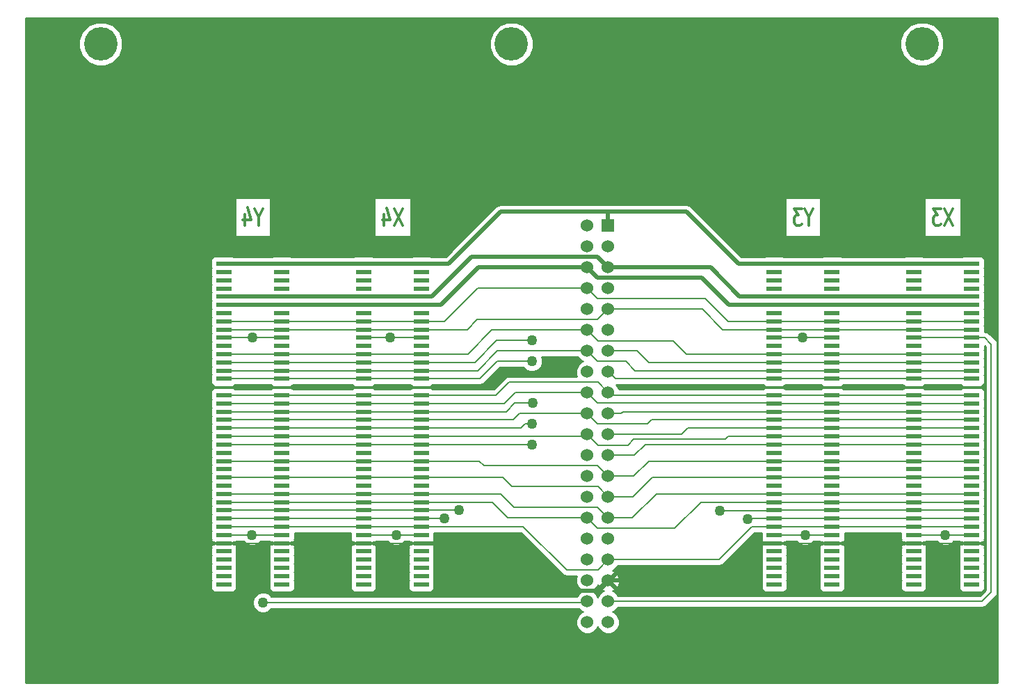
<source format=gbl>
G04 (created by PCBNEW-RS274X (2012-01-19 BZR 3256)-stable) date 5/23/2012 10:45:28 AM*
G01*
G70*
G90*
%MOIN*%
G04 Gerber Fmt 3.4, Leading zero omitted, Abs format*
%FSLAX34Y34*%
G04 APERTURE LIST*
%ADD10C,0.006000*%
%ADD11C,0.012000*%
%ADD12C,0.160000*%
%ADD13R,0.060000X0.060000*%
%ADD14C,0.060000*%
%ADD15R,0.074000X0.024000*%
%ADD16C,0.050000*%
%ADD17C,0.008000*%
%ADD18C,0.019700*%
%ADD19C,0.010000*%
G04 APERTURE END LIST*
G54D10*
G54D11*
X19237Y-16583D02*
X19237Y-16964D01*
X19437Y-16164D02*
X19237Y-16583D01*
X19037Y-16164D01*
X18580Y-16430D02*
X18580Y-16964D01*
X18723Y-16126D02*
X18866Y-16697D01*
X18494Y-16697D01*
X26139Y-16174D02*
X25739Y-16974D01*
X25739Y-16174D02*
X26139Y-16974D01*
X25254Y-16440D02*
X25254Y-16974D01*
X25397Y-16136D02*
X25540Y-16707D01*
X25168Y-16707D01*
X45624Y-16593D02*
X45624Y-16974D01*
X45824Y-16174D02*
X45624Y-16593D01*
X45424Y-16174D01*
X45281Y-16174D02*
X44910Y-16174D01*
X45110Y-16479D01*
X45024Y-16479D01*
X44967Y-16517D01*
X44938Y-16555D01*
X44910Y-16631D01*
X44910Y-16821D01*
X44938Y-16898D01*
X44967Y-16936D01*
X45024Y-16974D01*
X45196Y-16974D01*
X45253Y-16936D01*
X45281Y-16898D01*
X52517Y-16174D02*
X52117Y-16974D01*
X52117Y-16174D02*
X52517Y-16974D01*
X51946Y-16174D02*
X51575Y-16174D01*
X51775Y-16479D01*
X51689Y-16479D01*
X51632Y-16517D01*
X51603Y-16555D01*
X51575Y-16631D01*
X51575Y-16821D01*
X51603Y-16898D01*
X51632Y-16936D01*
X51689Y-16974D01*
X51861Y-16974D01*
X51918Y-16936D01*
X51946Y-16898D01*
G54D12*
X31362Y-08283D03*
X11677Y-08283D03*
G54D13*
X35997Y-16992D03*
G54D14*
X34997Y-16992D03*
X35997Y-21992D03*
X34997Y-17992D03*
X35997Y-22992D03*
X34997Y-18992D03*
X35997Y-23992D03*
X34997Y-19992D03*
X35997Y-24992D03*
X34997Y-20992D03*
X35997Y-25992D03*
X34997Y-21992D03*
X35997Y-26992D03*
X34997Y-22992D03*
X35997Y-27992D03*
X34997Y-23992D03*
X35997Y-28992D03*
X34997Y-24992D03*
X35997Y-29992D03*
X34997Y-25992D03*
X35997Y-30992D03*
X34997Y-26992D03*
X35997Y-31992D03*
X34997Y-27992D03*
X34997Y-28992D03*
X35997Y-32992D03*
X34997Y-29992D03*
X34997Y-31992D03*
X34997Y-32992D03*
X34997Y-33992D03*
X34997Y-34992D03*
X35997Y-33992D03*
X35997Y-34992D03*
X35997Y-17992D03*
X35997Y-18992D03*
X35997Y-19992D03*
X35997Y-20992D03*
X35997Y-35992D03*
X34997Y-35992D03*
X34997Y-30992D03*
G54D15*
X17576Y-34169D03*
X17576Y-33776D03*
X17576Y-33382D03*
X17576Y-32988D03*
X17576Y-32595D03*
X17576Y-32201D03*
X17576Y-31807D03*
X17576Y-31413D03*
X17576Y-31020D03*
X17576Y-30626D03*
X17576Y-30232D03*
X17576Y-29839D03*
X17576Y-29445D03*
X17576Y-29051D03*
X17576Y-28658D03*
X17576Y-28264D03*
X17576Y-27870D03*
X17576Y-27476D03*
X17576Y-27083D03*
X17576Y-26689D03*
X17576Y-26295D03*
X17576Y-25902D03*
X17576Y-25508D03*
X17576Y-25114D03*
X17576Y-24327D03*
X17576Y-23933D03*
X17576Y-23539D03*
X17576Y-23146D03*
X17576Y-22752D03*
X17576Y-22358D03*
X17576Y-21965D03*
X17576Y-21571D03*
X17576Y-21177D03*
X17576Y-20783D03*
X17576Y-20390D03*
X17576Y-19996D03*
X17576Y-19602D03*
X17576Y-19209D03*
X17576Y-18815D03*
X20352Y-18815D03*
X20352Y-19209D03*
X20352Y-19602D03*
X20352Y-19996D03*
X20352Y-20390D03*
X20352Y-20783D03*
X20352Y-21177D03*
X20352Y-21571D03*
X20352Y-21965D03*
X20352Y-22358D03*
X20352Y-22752D03*
X20352Y-23146D03*
X20352Y-23539D03*
X20352Y-23933D03*
X20352Y-24327D03*
X20352Y-25114D03*
X20352Y-25508D03*
X20352Y-25902D03*
X20352Y-26295D03*
X20352Y-26689D03*
X20352Y-27083D03*
X20352Y-27476D03*
X20352Y-27870D03*
X20352Y-28264D03*
X20352Y-28658D03*
X20352Y-29051D03*
X20352Y-29445D03*
X20352Y-29839D03*
X20352Y-30232D03*
X20352Y-30626D03*
X20352Y-31020D03*
X20352Y-31413D03*
X20352Y-31807D03*
X20352Y-32201D03*
X20352Y-32595D03*
X20352Y-32988D03*
X20352Y-33382D03*
X20352Y-33776D03*
X20352Y-34169D03*
X43953Y-34169D03*
X43953Y-33776D03*
X43953Y-33382D03*
X43953Y-32988D03*
X43953Y-32595D03*
X43953Y-32201D03*
X43953Y-31807D03*
X43953Y-31413D03*
X43953Y-31020D03*
X43953Y-30626D03*
X43953Y-30232D03*
X43953Y-29839D03*
X43953Y-29445D03*
X43953Y-29051D03*
X43953Y-28658D03*
X43953Y-28264D03*
X43953Y-27870D03*
X43953Y-27476D03*
X43953Y-27083D03*
X43953Y-26689D03*
X43953Y-26295D03*
X43953Y-25902D03*
X43953Y-25508D03*
X43953Y-25114D03*
X43953Y-24327D03*
X43953Y-23933D03*
X43953Y-23539D03*
X43953Y-23146D03*
X43953Y-22752D03*
X43953Y-22358D03*
X43953Y-21965D03*
X43953Y-21571D03*
X43953Y-21177D03*
X43953Y-20783D03*
X43953Y-20390D03*
X43953Y-19996D03*
X43953Y-19602D03*
X43953Y-19209D03*
X43953Y-18815D03*
X46729Y-18815D03*
X46729Y-19209D03*
X46729Y-19602D03*
X46729Y-19996D03*
X46729Y-20390D03*
X46729Y-20783D03*
X46729Y-21177D03*
X46729Y-21571D03*
X46729Y-21965D03*
X46729Y-22358D03*
X46729Y-22752D03*
X46729Y-23146D03*
X46729Y-23539D03*
X46729Y-23933D03*
X46729Y-24327D03*
X46729Y-25114D03*
X46729Y-25508D03*
X46729Y-25902D03*
X46729Y-26295D03*
X46729Y-26689D03*
X46729Y-27083D03*
X46729Y-27476D03*
X46729Y-27870D03*
X46729Y-28264D03*
X46729Y-28658D03*
X46729Y-29051D03*
X46729Y-29445D03*
X46729Y-29839D03*
X46729Y-30232D03*
X46729Y-30626D03*
X46729Y-31020D03*
X46729Y-31413D03*
X46729Y-31807D03*
X46729Y-32201D03*
X46729Y-32595D03*
X46729Y-32988D03*
X46729Y-33382D03*
X46729Y-33776D03*
X46729Y-34169D03*
X24268Y-34169D03*
X24268Y-33776D03*
X24268Y-33382D03*
X24268Y-32988D03*
X24268Y-32595D03*
X24268Y-32201D03*
X24268Y-31807D03*
X24268Y-31413D03*
X24268Y-31020D03*
X24268Y-30626D03*
X24268Y-30232D03*
X24268Y-29839D03*
X24268Y-29445D03*
X24268Y-29051D03*
X24268Y-28658D03*
X24268Y-28264D03*
X24268Y-27870D03*
X24268Y-27476D03*
X24268Y-27083D03*
X24268Y-26689D03*
X24268Y-26295D03*
X24268Y-25902D03*
X24268Y-25508D03*
X24268Y-25114D03*
X24268Y-24327D03*
X24268Y-23933D03*
X24268Y-23539D03*
X24268Y-23146D03*
X24268Y-22752D03*
X24268Y-22358D03*
X24268Y-21965D03*
X24268Y-21571D03*
X24268Y-21177D03*
X24268Y-20783D03*
X24268Y-20390D03*
X24268Y-19996D03*
X24268Y-19602D03*
X24268Y-19209D03*
X24268Y-18815D03*
X27044Y-18815D03*
X27044Y-19209D03*
X27044Y-19602D03*
X27044Y-19996D03*
X27044Y-20390D03*
X27044Y-20783D03*
X27044Y-21177D03*
X27044Y-21571D03*
X27044Y-21965D03*
X27044Y-22358D03*
X27044Y-22752D03*
X27044Y-23146D03*
X27044Y-23539D03*
X27044Y-23933D03*
X27044Y-24327D03*
X27044Y-25114D03*
X27044Y-25508D03*
X27044Y-25902D03*
X27044Y-26295D03*
X27044Y-26689D03*
X27044Y-27083D03*
X27044Y-27476D03*
X27044Y-27870D03*
X27044Y-28264D03*
X27044Y-28658D03*
X27044Y-29051D03*
X27044Y-29445D03*
X27044Y-29839D03*
X27044Y-30232D03*
X27044Y-30626D03*
X27044Y-31020D03*
X27044Y-31413D03*
X27044Y-31807D03*
X27044Y-32201D03*
X27044Y-32595D03*
X27044Y-32988D03*
X27044Y-33382D03*
X27044Y-33776D03*
X27044Y-34169D03*
X50646Y-34169D03*
X50646Y-33776D03*
X50646Y-33382D03*
X50646Y-32988D03*
X50646Y-32595D03*
X50646Y-32201D03*
X50646Y-31807D03*
X50646Y-31413D03*
X50646Y-31020D03*
X50646Y-30626D03*
X50646Y-30232D03*
X50646Y-29839D03*
X50646Y-29445D03*
X50646Y-29051D03*
X50646Y-28658D03*
X50646Y-28264D03*
X50646Y-27870D03*
X50646Y-27476D03*
X50646Y-27083D03*
X50646Y-26689D03*
X50646Y-26295D03*
X50646Y-25902D03*
X50646Y-25508D03*
X50646Y-25114D03*
X50646Y-24327D03*
X50646Y-23933D03*
X50646Y-23539D03*
X50646Y-23146D03*
X50646Y-22752D03*
X50646Y-22358D03*
X50646Y-21965D03*
X50646Y-21571D03*
X50646Y-21177D03*
X50646Y-20783D03*
X50646Y-20390D03*
X50646Y-19996D03*
X50646Y-19602D03*
X50646Y-19209D03*
X50646Y-18815D03*
X53422Y-18815D03*
X53422Y-19209D03*
X53422Y-19602D03*
X53422Y-19996D03*
X53422Y-20390D03*
X53422Y-20783D03*
X53422Y-21177D03*
X53422Y-21571D03*
X53422Y-21965D03*
X53422Y-22358D03*
X53422Y-22752D03*
X53422Y-23146D03*
X53422Y-23539D03*
X53422Y-23933D03*
X53422Y-24327D03*
X53422Y-25114D03*
X53422Y-25508D03*
X53422Y-25902D03*
X53422Y-26295D03*
X53422Y-26689D03*
X53422Y-27083D03*
X53422Y-27476D03*
X53422Y-27870D03*
X53422Y-28264D03*
X53422Y-28658D03*
X53422Y-29051D03*
X53422Y-29445D03*
X53422Y-29839D03*
X53422Y-30232D03*
X53422Y-30626D03*
X53422Y-31020D03*
X53422Y-31413D03*
X53422Y-31807D03*
X53422Y-32201D03*
X53422Y-32595D03*
X53422Y-32988D03*
X53422Y-33382D03*
X53422Y-33776D03*
X53422Y-34169D03*
G54D12*
X51047Y-08283D03*
G54D16*
X28843Y-30626D03*
X41334Y-30655D03*
X42673Y-31047D03*
X28154Y-31020D03*
X32347Y-22486D03*
X32347Y-23490D03*
X32377Y-25488D03*
X32357Y-26492D03*
X19449Y-35047D03*
X18925Y-31807D03*
X52150Y-31807D03*
X45320Y-22358D03*
X25546Y-22358D03*
X45438Y-31807D03*
X18952Y-22358D03*
X25841Y-31807D03*
X32357Y-27486D03*
G54D17*
X24268Y-32201D02*
X27044Y-32201D01*
G54D18*
X33094Y-34492D02*
X33086Y-34484D01*
X35497Y-34492D02*
X33094Y-34492D01*
X30803Y-32201D02*
X27044Y-32201D01*
X33086Y-34484D02*
X30803Y-32201D01*
X35997Y-33992D02*
X35497Y-34492D01*
X42780Y-32201D02*
X43953Y-32201D01*
G54D17*
X46729Y-32201D02*
X43953Y-32201D01*
X20352Y-32201D02*
X24268Y-32201D01*
X53422Y-32201D02*
X50646Y-32201D01*
X17576Y-32201D02*
X20352Y-32201D01*
X50646Y-32201D02*
X46729Y-32201D01*
G54D18*
X40989Y-33992D02*
X42780Y-32201D01*
X35997Y-33992D02*
X40989Y-33992D01*
G54D17*
X41334Y-30655D02*
X43924Y-30655D01*
X17576Y-30626D02*
X20352Y-30626D01*
X20352Y-30626D02*
X24268Y-30626D01*
X46729Y-30626D02*
X50646Y-30626D01*
X53422Y-30626D02*
X43953Y-30626D01*
X43924Y-30655D02*
X43953Y-30626D01*
X17576Y-30626D02*
X27044Y-30626D01*
X53422Y-30626D02*
X50646Y-30626D01*
X28843Y-30626D02*
X27044Y-30626D01*
X43953Y-31020D02*
X42700Y-31020D01*
X42700Y-31020D02*
X42673Y-31047D01*
X28154Y-31020D02*
X27044Y-31020D01*
X43953Y-31020D02*
X53422Y-31020D01*
X20352Y-31020D02*
X24268Y-31020D01*
X17576Y-31020D02*
X20352Y-31020D01*
X50646Y-31020D02*
X53422Y-31020D01*
X27044Y-31020D02*
X17576Y-31020D01*
X50646Y-31020D02*
X46729Y-31020D01*
X20352Y-31413D02*
X24268Y-31413D01*
X24268Y-31413D02*
X27044Y-31413D01*
X43953Y-31413D02*
X46729Y-31413D01*
X46729Y-31413D02*
X50646Y-31413D01*
X35997Y-32992D02*
X41310Y-32992D01*
X31924Y-31413D02*
X34001Y-33490D01*
X53422Y-31413D02*
X43953Y-31413D01*
X41310Y-32992D02*
X42889Y-31413D01*
X42889Y-31413D02*
X43953Y-31413D01*
X35499Y-33490D02*
X35997Y-32992D01*
X17576Y-31413D02*
X27044Y-31413D01*
X27044Y-31413D02*
X31924Y-31413D01*
X34001Y-33490D02*
X35499Y-33490D01*
X34997Y-30992D02*
X31197Y-30992D01*
X46729Y-30232D02*
X43953Y-30232D01*
X27044Y-30232D02*
X17576Y-30232D01*
X17576Y-30232D02*
X20352Y-30232D01*
X35497Y-31492D02*
X39198Y-31492D01*
X34997Y-30992D02*
X35497Y-31492D01*
X24268Y-30232D02*
X27044Y-30232D01*
X43953Y-30232D02*
X53422Y-30232D01*
X50646Y-30232D02*
X46729Y-30232D01*
X30437Y-30232D02*
X27044Y-30232D01*
X31197Y-30992D02*
X30437Y-30232D01*
X40458Y-30232D02*
X43953Y-30232D01*
X39198Y-31492D02*
X40458Y-30232D01*
X17576Y-23539D02*
X27044Y-23539D01*
X27044Y-23539D02*
X24268Y-23539D01*
X17576Y-23539D02*
X20352Y-23539D01*
X53422Y-23539D02*
X50646Y-23539D01*
X50646Y-23539D02*
X46729Y-23539D01*
X37937Y-23539D02*
X43953Y-23539D01*
X37390Y-22992D02*
X37937Y-23539D01*
X53422Y-23539D02*
X43953Y-23539D01*
X32347Y-22486D02*
X30654Y-22486D01*
X30654Y-22486D02*
X29601Y-23539D01*
X29601Y-23539D02*
X27044Y-23539D01*
X35997Y-22992D02*
X37390Y-22992D01*
X32347Y-23490D02*
X30684Y-23490D01*
X29847Y-24327D02*
X27044Y-24327D01*
X50646Y-24327D02*
X46729Y-24327D01*
X20352Y-24327D02*
X24268Y-24327D01*
X36332Y-24327D02*
X43953Y-24327D01*
X35997Y-23992D02*
X36332Y-24327D01*
X46729Y-24327D02*
X43953Y-24327D01*
X30684Y-23490D02*
X29847Y-24327D01*
X53422Y-24327D02*
X50646Y-24327D01*
X17576Y-24327D02*
X20352Y-24327D01*
X53422Y-24327D02*
X43953Y-24327D01*
X17576Y-24327D02*
X27044Y-24327D01*
X20352Y-27083D02*
X17576Y-27083D01*
X27044Y-27083D02*
X24268Y-27083D01*
X50646Y-27083D02*
X46729Y-27083D01*
X46729Y-27083D02*
X43953Y-27083D01*
X36934Y-27496D02*
X37210Y-27220D01*
X41620Y-27220D02*
X41757Y-27083D01*
X34997Y-26992D02*
X34906Y-27083D01*
X34906Y-27083D02*
X27044Y-27083D01*
X34997Y-26992D02*
X35501Y-27496D01*
X35501Y-27496D02*
X36934Y-27496D01*
X37210Y-27220D02*
X41620Y-27220D01*
X53422Y-27083D02*
X43953Y-27083D01*
X17576Y-27083D02*
X27044Y-27083D01*
X41757Y-27083D02*
X43953Y-27083D01*
X27044Y-25902D02*
X17576Y-25902D01*
X35997Y-25992D02*
X36617Y-25992D01*
X43953Y-25902D02*
X53422Y-25902D01*
X43953Y-25902D02*
X46729Y-25902D01*
X36707Y-25902D02*
X43953Y-25902D01*
X50646Y-25902D02*
X53422Y-25902D01*
X32377Y-25488D02*
X31521Y-25488D01*
X20352Y-25902D02*
X24268Y-25902D01*
X31521Y-25488D02*
X31107Y-25902D01*
X17576Y-25902D02*
X20352Y-25902D01*
X36617Y-25992D02*
X36707Y-25902D01*
X31107Y-25902D02*
X27044Y-25902D01*
X46729Y-25902D02*
X50646Y-25902D01*
X17576Y-25508D02*
X27044Y-25508D01*
X31544Y-24992D02*
X31028Y-25508D01*
X34997Y-24992D02*
X31544Y-24992D01*
X53422Y-25508D02*
X43953Y-25508D01*
X43933Y-25488D02*
X43953Y-25508D01*
X24268Y-25508D02*
X27044Y-25508D01*
X34997Y-24992D02*
X35493Y-25488D01*
X20352Y-25508D02*
X24268Y-25508D01*
X46729Y-25508D02*
X43953Y-25508D01*
X50646Y-25508D02*
X46729Y-25508D01*
X35493Y-25488D02*
X43933Y-25488D01*
X53422Y-25508D02*
X50646Y-25508D01*
X31028Y-25508D02*
X27044Y-25508D01*
X39505Y-26992D02*
X39808Y-26689D01*
X39808Y-26689D02*
X43953Y-26689D01*
X35997Y-26992D02*
X39505Y-26992D01*
X27044Y-26689D02*
X17576Y-26689D01*
X31806Y-26689D02*
X27044Y-26689D01*
X43953Y-26689D02*
X53422Y-26689D01*
X50646Y-26689D02*
X53422Y-26689D01*
X46729Y-26689D02*
X50646Y-26689D01*
X43953Y-26689D02*
X46729Y-26689D01*
X32357Y-26492D02*
X32003Y-26492D01*
X24268Y-26689D02*
X27044Y-26689D01*
X32003Y-26492D02*
X31806Y-26689D01*
X20352Y-26689D02*
X24268Y-26689D01*
X29739Y-23933D02*
X27044Y-23933D01*
X30680Y-22992D02*
X29739Y-23933D01*
X34997Y-22992D02*
X35495Y-23490D01*
X36845Y-23490D02*
X37288Y-23933D01*
X20352Y-23933D02*
X17576Y-23933D01*
X24268Y-23933D02*
X20352Y-23933D01*
X27044Y-23933D02*
X17576Y-23933D01*
X35495Y-23490D02*
X36845Y-23490D01*
X50646Y-23933D02*
X53422Y-23933D01*
X34997Y-22992D02*
X30680Y-22992D01*
X46729Y-23933D02*
X50646Y-23933D01*
X43953Y-23933D02*
X46729Y-23933D01*
X43953Y-23933D02*
X53422Y-23933D01*
X37288Y-23933D02*
X43953Y-23933D01*
X54365Y-34553D02*
X54365Y-22663D01*
X50646Y-22358D02*
X53422Y-22358D01*
X54060Y-22358D02*
X50646Y-22358D01*
X53926Y-34992D02*
X54365Y-34553D01*
X35997Y-34992D02*
X53926Y-34992D01*
X54365Y-22663D02*
X54060Y-22358D01*
X19059Y-31807D02*
X18925Y-31807D01*
X19059Y-31807D02*
X17576Y-31807D01*
X19449Y-35047D02*
X34942Y-35047D01*
X34942Y-35047D02*
X34997Y-34992D01*
X20352Y-31807D02*
X19059Y-31807D01*
X50646Y-31807D02*
X53422Y-31807D01*
X53422Y-31807D02*
X52150Y-31807D01*
X43953Y-22358D02*
X46729Y-22358D01*
X45320Y-22358D02*
X43953Y-22358D01*
X43953Y-31807D02*
X46729Y-31807D01*
X46729Y-31807D02*
X45438Y-31807D01*
X25546Y-22358D02*
X24268Y-22358D01*
X24268Y-22358D02*
X27044Y-22358D01*
X18952Y-22358D02*
X17576Y-22358D01*
X17576Y-22358D02*
X20352Y-22358D01*
X27044Y-31807D02*
X24268Y-31807D01*
X24268Y-31807D02*
X25841Y-31807D01*
X34997Y-25992D02*
X35497Y-26492D01*
X17576Y-26295D02*
X20352Y-26295D01*
X31745Y-25992D02*
X31442Y-26295D01*
X53422Y-26295D02*
X50646Y-26295D01*
X53422Y-26295D02*
X43953Y-26295D01*
X27044Y-26295D02*
X24268Y-26295D01*
X50646Y-26295D02*
X46729Y-26295D01*
X35497Y-26492D02*
X37869Y-26492D01*
X46729Y-26295D02*
X43953Y-26295D01*
X37869Y-26492D02*
X38066Y-26295D01*
X31442Y-26295D02*
X27044Y-26295D01*
X34997Y-25992D02*
X31745Y-25992D01*
X38066Y-26295D02*
X43953Y-26295D01*
X17576Y-26295D02*
X27044Y-26295D01*
X50646Y-21965D02*
X46729Y-21965D01*
X53422Y-21965D02*
X50646Y-21965D01*
X35997Y-20992D02*
X40518Y-20992D01*
X29710Y-21492D02*
X35497Y-21492D01*
X41491Y-21965D02*
X43953Y-21965D01*
X29237Y-21965D02*
X29710Y-21492D01*
X35497Y-21492D02*
X35997Y-20992D01*
X24268Y-21965D02*
X20352Y-21965D01*
X17576Y-21965D02*
X27044Y-21965D01*
X27044Y-21965D02*
X29237Y-21965D01*
X40518Y-20992D02*
X41491Y-21965D01*
X53422Y-21965D02*
X43953Y-21965D01*
X20352Y-21965D02*
X17576Y-21965D01*
X46729Y-21571D02*
X50646Y-21571D01*
X27044Y-21571D02*
X17576Y-21571D01*
X50646Y-21571D02*
X53422Y-21571D01*
X27044Y-21571D02*
X24268Y-21571D01*
X35493Y-20488D02*
X40664Y-20488D01*
X29743Y-19992D02*
X28164Y-21571D01*
X28164Y-21571D02*
X27044Y-21571D01*
X41747Y-21571D02*
X43953Y-21571D01*
X40664Y-20488D02*
X41747Y-21571D01*
X24268Y-21571D02*
X20352Y-21571D01*
X34997Y-19992D02*
X35493Y-20488D01*
X43953Y-21571D02*
X53422Y-21571D01*
X34997Y-19992D02*
X29743Y-19992D01*
X27044Y-29051D02*
X17576Y-29051D01*
X43953Y-29051D02*
X53422Y-29051D01*
X20352Y-29051D02*
X24268Y-29051D01*
X43953Y-29051D02*
X46729Y-29051D01*
X46729Y-29051D02*
X50646Y-29051D01*
X35997Y-29992D02*
X35499Y-29494D01*
X17576Y-29051D02*
X20352Y-29051D01*
X38125Y-29051D02*
X43953Y-29051D01*
X35499Y-29494D02*
X31383Y-29494D01*
X31383Y-29494D02*
X30940Y-29051D01*
X35997Y-29992D02*
X37184Y-29992D01*
X37184Y-29992D02*
X38125Y-29051D01*
X30940Y-29051D02*
X27044Y-29051D01*
X17576Y-29839D02*
X27044Y-29839D01*
X35997Y-30992D02*
X35493Y-30488D01*
X20352Y-29839D02*
X24268Y-29839D01*
X24268Y-29839D02*
X27044Y-29839D01*
X37158Y-30992D02*
X38311Y-29839D01*
X50646Y-29839D02*
X46729Y-29839D01*
X35997Y-30992D02*
X37158Y-30992D01*
X30832Y-29839D02*
X27044Y-29839D01*
X38311Y-29839D02*
X43953Y-29839D01*
X35493Y-30488D02*
X31481Y-30488D01*
X53422Y-29839D02*
X43953Y-29839D01*
X43953Y-29839D02*
X50646Y-29839D01*
X31481Y-30488D02*
X30832Y-29839D01*
X35495Y-28490D02*
X30044Y-28490D01*
X29818Y-28264D02*
X27044Y-28264D01*
X17576Y-28264D02*
X20352Y-28264D01*
X37209Y-28992D02*
X37937Y-28264D01*
X30044Y-28490D02*
X29818Y-28264D01*
X53422Y-28264D02*
X43953Y-28264D01*
X37937Y-28264D02*
X43953Y-28264D01*
X35997Y-28992D02*
X37209Y-28992D01*
X17576Y-28264D02*
X27044Y-28264D01*
X20352Y-28264D02*
X24268Y-28264D01*
X35997Y-28992D02*
X35495Y-28490D01*
X50646Y-28264D02*
X53422Y-28264D01*
X46729Y-28264D02*
X43953Y-28264D01*
X37255Y-27992D02*
X37771Y-27476D01*
X43953Y-27476D02*
X53422Y-27476D01*
X46729Y-27476D02*
X50646Y-27476D01*
X27044Y-27476D02*
X17576Y-27476D01*
X35997Y-27992D02*
X37255Y-27992D01*
X32357Y-27486D02*
X27054Y-27486D01*
X24268Y-27476D02*
X27044Y-27476D01*
X27054Y-27486D02*
X27044Y-27476D01*
X20352Y-27476D02*
X24268Y-27476D01*
X37771Y-27476D02*
X43953Y-27476D01*
X43953Y-27476D02*
X46729Y-27476D01*
X17576Y-27476D02*
X20352Y-27476D01*
X35997Y-24992D02*
X36119Y-25114D01*
X43953Y-25114D02*
X53422Y-25114D01*
X27044Y-25114D02*
X17576Y-25114D01*
X30625Y-25114D02*
X27044Y-25114D01*
X35997Y-24992D02*
X35499Y-24494D01*
X35499Y-24494D02*
X31245Y-24494D01*
X36119Y-25114D02*
X43953Y-25114D01*
X43953Y-25114D02*
X46729Y-25114D01*
X20352Y-25114D02*
X24268Y-25114D01*
X17576Y-25114D02*
X20352Y-25114D01*
X46729Y-25114D02*
X50646Y-25114D01*
X50646Y-25114D02*
X53422Y-25114D01*
X31245Y-24494D02*
X30625Y-25114D01*
G54D18*
X24268Y-20390D02*
X27044Y-20390D01*
G54D17*
X50646Y-20390D02*
X53422Y-20390D01*
X43953Y-20390D02*
X46729Y-20390D01*
G54D18*
X35497Y-18492D02*
X35997Y-18992D01*
X29445Y-18492D02*
X35497Y-18492D01*
X40900Y-18992D02*
X42298Y-20390D01*
X42298Y-20390D02*
X43953Y-20390D01*
X20352Y-20390D02*
X24268Y-20390D01*
X27044Y-20390D02*
X27547Y-20390D01*
X35997Y-18992D02*
X40900Y-18992D01*
X17576Y-20390D02*
X20352Y-20390D01*
X27547Y-20390D02*
X29445Y-18492D01*
X43953Y-20390D02*
X53422Y-20390D01*
X46729Y-18815D02*
X43953Y-18815D01*
X36028Y-16325D02*
X39749Y-16325D01*
X39749Y-16325D02*
X42239Y-18815D01*
X28352Y-18815D02*
X30842Y-16325D01*
X17576Y-18815D02*
X20352Y-18815D01*
X50646Y-18815D02*
X53422Y-18815D01*
X46729Y-18815D02*
X50646Y-18815D01*
G54D17*
X35997Y-16356D02*
X36028Y-16325D01*
G54D18*
X30842Y-16325D02*
X36028Y-16325D01*
X20352Y-18815D02*
X24268Y-18815D01*
X24268Y-18815D02*
X27044Y-18815D01*
X35997Y-16992D02*
X35997Y-16356D01*
X42239Y-18815D02*
X43953Y-18815D01*
X27044Y-18815D02*
X28352Y-18815D01*
X53422Y-20783D02*
X43953Y-20783D01*
X17576Y-20783D02*
X27044Y-20783D01*
X35497Y-19492D02*
X34997Y-18992D01*
G54D17*
X43953Y-20783D02*
X46729Y-20783D01*
X20352Y-20783D02*
X24268Y-20783D01*
G54D18*
X41783Y-20783D02*
X40492Y-19492D01*
X40492Y-19492D02*
X35497Y-19492D01*
X27044Y-20783D02*
X27988Y-20783D01*
G54D17*
X24268Y-20783D02*
X27044Y-20783D01*
G54D18*
X29779Y-18992D02*
X34997Y-18992D01*
X27988Y-20783D02*
X29779Y-18992D01*
G54D17*
X50646Y-20783D02*
X53422Y-20783D01*
G54D18*
X43953Y-20783D02*
X41783Y-20783D01*
G54D17*
X43953Y-23146D02*
X53422Y-23146D01*
X27044Y-23146D02*
X17576Y-23146D01*
X35501Y-22496D02*
X39109Y-22496D01*
X39109Y-22496D02*
X39759Y-23146D01*
X39759Y-23146D02*
X43953Y-23146D01*
X34997Y-21992D02*
X35501Y-22496D01*
X30420Y-21992D02*
X29266Y-23146D01*
X29266Y-23146D02*
X27044Y-23146D01*
X34997Y-21992D02*
X30420Y-21992D01*
X50646Y-23146D02*
X53422Y-23146D01*
X46729Y-23146D02*
X50646Y-23146D01*
X17576Y-23146D02*
X20352Y-23146D01*
X24268Y-23146D02*
X27044Y-23146D01*
G54D10*
G36*
X54075Y-34433D02*
X54042Y-34466D01*
X54042Y-32313D01*
X53980Y-32251D01*
X53901Y-32251D01*
X53842Y-32226D01*
X53743Y-32226D01*
X53003Y-32226D01*
X52942Y-32251D01*
X52864Y-32251D01*
X52802Y-32313D01*
X52803Y-32370D01*
X52814Y-32397D01*
X52803Y-32425D01*
X52803Y-32524D01*
X52803Y-32764D01*
X52814Y-32791D01*
X52803Y-32818D01*
X52803Y-32917D01*
X52803Y-33157D01*
X52814Y-33184D01*
X52803Y-33212D01*
X52803Y-33311D01*
X52803Y-33551D01*
X52814Y-33578D01*
X52803Y-33606D01*
X52803Y-33705D01*
X52803Y-33945D01*
X52814Y-33972D01*
X52803Y-33999D01*
X52803Y-34098D01*
X52803Y-34338D01*
X52841Y-34430D01*
X52911Y-34500D01*
X53002Y-34538D01*
X53101Y-34538D01*
X53841Y-34538D01*
X53933Y-34500D01*
X54003Y-34430D01*
X54041Y-34339D01*
X54041Y-34240D01*
X54041Y-34000D01*
X54029Y-33972D01*
X54041Y-33946D01*
X54041Y-33847D01*
X54041Y-33607D01*
X54029Y-33579D01*
X54041Y-33552D01*
X54041Y-33453D01*
X54041Y-33213D01*
X54029Y-33185D01*
X54041Y-33158D01*
X54041Y-33059D01*
X54041Y-32819D01*
X54029Y-32791D01*
X54041Y-32765D01*
X54041Y-32666D01*
X54041Y-32426D01*
X54029Y-32398D01*
X54041Y-32370D01*
X54042Y-32313D01*
X54042Y-34466D01*
X53806Y-34702D01*
X51266Y-34702D01*
X51266Y-32313D01*
X51204Y-32251D01*
X51125Y-32251D01*
X51066Y-32226D01*
X50967Y-32226D01*
X50227Y-32226D01*
X50166Y-32251D01*
X50088Y-32251D01*
X50026Y-32313D01*
X50027Y-32370D01*
X50038Y-32397D01*
X50027Y-32425D01*
X50027Y-32524D01*
X50027Y-32764D01*
X50038Y-32791D01*
X50027Y-32818D01*
X50027Y-32917D01*
X50027Y-33157D01*
X50038Y-33184D01*
X50027Y-33212D01*
X50027Y-33311D01*
X50027Y-33551D01*
X50038Y-33578D01*
X50027Y-33606D01*
X50027Y-33705D01*
X50027Y-33945D01*
X50038Y-33972D01*
X50027Y-33999D01*
X50027Y-34098D01*
X50027Y-34338D01*
X50065Y-34430D01*
X50135Y-34500D01*
X50226Y-34538D01*
X50325Y-34538D01*
X51065Y-34538D01*
X51157Y-34500D01*
X51227Y-34430D01*
X51265Y-34339D01*
X51265Y-34240D01*
X51265Y-34000D01*
X51253Y-33972D01*
X51265Y-33946D01*
X51265Y-33847D01*
X51265Y-33607D01*
X51253Y-33579D01*
X51265Y-33552D01*
X51265Y-33453D01*
X51265Y-33213D01*
X51253Y-33185D01*
X51265Y-33158D01*
X51265Y-33059D01*
X51265Y-32819D01*
X51253Y-32791D01*
X51265Y-32765D01*
X51265Y-32666D01*
X51265Y-32426D01*
X51253Y-32398D01*
X51265Y-32370D01*
X51266Y-32313D01*
X51266Y-34702D01*
X47349Y-34702D01*
X47349Y-32313D01*
X47287Y-32251D01*
X47208Y-32251D01*
X47149Y-32226D01*
X47050Y-32226D01*
X46310Y-32226D01*
X46249Y-32251D01*
X46171Y-32251D01*
X46109Y-32313D01*
X46110Y-32370D01*
X46121Y-32397D01*
X46110Y-32425D01*
X46110Y-32524D01*
X46110Y-32764D01*
X46121Y-32791D01*
X46110Y-32818D01*
X46110Y-32917D01*
X46110Y-33157D01*
X46121Y-33184D01*
X46110Y-33212D01*
X46110Y-33311D01*
X46110Y-33551D01*
X46121Y-33578D01*
X46110Y-33606D01*
X46110Y-33705D01*
X46110Y-33945D01*
X46121Y-33972D01*
X46110Y-33999D01*
X46110Y-34098D01*
X46110Y-34338D01*
X46148Y-34430D01*
X46218Y-34500D01*
X46309Y-34538D01*
X46408Y-34538D01*
X47148Y-34538D01*
X47240Y-34500D01*
X47310Y-34430D01*
X47348Y-34339D01*
X47348Y-34240D01*
X47348Y-34000D01*
X47336Y-33972D01*
X47348Y-33946D01*
X47348Y-33847D01*
X47348Y-33607D01*
X47336Y-33579D01*
X47348Y-33552D01*
X47348Y-33453D01*
X47348Y-33213D01*
X47336Y-33185D01*
X47348Y-33158D01*
X47348Y-33059D01*
X47348Y-32819D01*
X47336Y-32791D01*
X47348Y-32765D01*
X47348Y-32666D01*
X47348Y-32426D01*
X47336Y-32398D01*
X47348Y-32370D01*
X47349Y-32313D01*
X47349Y-34702D01*
X44573Y-34702D01*
X44573Y-32313D01*
X44511Y-32251D01*
X44432Y-32251D01*
X44373Y-32226D01*
X44274Y-32226D01*
X43534Y-32226D01*
X43473Y-32251D01*
X43395Y-32251D01*
X43333Y-32313D01*
X43334Y-32370D01*
X43345Y-32397D01*
X43334Y-32425D01*
X43334Y-32524D01*
X43334Y-32764D01*
X43345Y-32791D01*
X43334Y-32818D01*
X43334Y-32917D01*
X43334Y-33157D01*
X43345Y-33184D01*
X43334Y-33212D01*
X43334Y-33311D01*
X43334Y-33551D01*
X43345Y-33578D01*
X43334Y-33606D01*
X43334Y-33705D01*
X43334Y-33945D01*
X43345Y-33972D01*
X43334Y-33999D01*
X43334Y-34098D01*
X43334Y-34338D01*
X43372Y-34430D01*
X43442Y-34500D01*
X43533Y-34538D01*
X43632Y-34538D01*
X44372Y-34538D01*
X44464Y-34500D01*
X44534Y-34430D01*
X44572Y-34339D01*
X44572Y-34240D01*
X44572Y-34000D01*
X44560Y-33972D01*
X44572Y-33946D01*
X44572Y-33847D01*
X44572Y-33607D01*
X44560Y-33579D01*
X44572Y-33552D01*
X44572Y-33453D01*
X44572Y-33213D01*
X44560Y-33185D01*
X44572Y-33158D01*
X44572Y-33059D01*
X44572Y-32819D01*
X44560Y-32791D01*
X44572Y-32765D01*
X44572Y-32666D01*
X44572Y-32426D01*
X44560Y-32398D01*
X44572Y-32370D01*
X44573Y-32313D01*
X44573Y-34702D01*
X36540Y-34702D01*
X36540Y-34071D01*
X36529Y-33858D01*
X36469Y-33711D01*
X36375Y-33684D01*
X36068Y-33992D01*
X36375Y-34300D01*
X36469Y-34273D01*
X36540Y-34071D01*
X36540Y-34702D01*
X36470Y-34702D01*
X36462Y-34681D01*
X36308Y-34527D01*
X36216Y-34489D01*
X36278Y-34464D01*
X36305Y-34370D01*
X35997Y-34063D01*
X35689Y-34370D01*
X35716Y-34464D01*
X35781Y-34487D01*
X35686Y-34527D01*
X35532Y-34681D01*
X35497Y-34765D01*
X35462Y-34681D01*
X35308Y-34527D01*
X35223Y-34492D01*
X35308Y-34457D01*
X35462Y-34303D01*
X35499Y-34211D01*
X35525Y-34273D01*
X35619Y-34300D01*
X35891Y-34027D01*
X35926Y-33992D01*
X35997Y-33921D01*
X36032Y-33886D01*
X36305Y-33614D01*
X36278Y-33520D01*
X36212Y-33496D01*
X36308Y-33457D01*
X36462Y-33303D01*
X36470Y-33282D01*
X41310Y-33282D01*
X41421Y-33260D01*
X41515Y-33197D01*
X43009Y-31703D01*
X43334Y-31703D01*
X43334Y-31736D01*
X43334Y-31976D01*
X43345Y-32004D01*
X43334Y-32032D01*
X43333Y-32089D01*
X43395Y-32151D01*
X43473Y-32151D01*
X43533Y-32176D01*
X43632Y-32176D01*
X44372Y-32176D01*
X44432Y-32151D01*
X44511Y-32151D01*
X44565Y-32097D01*
X45022Y-32097D01*
X45155Y-32230D01*
X45339Y-32306D01*
X45537Y-32306D01*
X45720Y-32230D01*
X45853Y-32097D01*
X46117Y-32097D01*
X46171Y-32151D01*
X46249Y-32151D01*
X46309Y-32176D01*
X46408Y-32176D01*
X47148Y-32176D01*
X47208Y-32151D01*
X47287Y-32151D01*
X47349Y-32089D01*
X47348Y-32032D01*
X47336Y-32004D01*
X47348Y-31977D01*
X47348Y-31878D01*
X47348Y-31703D01*
X50027Y-31703D01*
X50027Y-31736D01*
X50027Y-31976D01*
X50038Y-32004D01*
X50027Y-32032D01*
X50026Y-32089D01*
X50088Y-32151D01*
X50166Y-32151D01*
X50226Y-32176D01*
X50325Y-32176D01*
X51065Y-32176D01*
X51125Y-32151D01*
X51204Y-32151D01*
X51258Y-32097D01*
X51734Y-32097D01*
X51867Y-32230D01*
X52051Y-32306D01*
X52249Y-32306D01*
X52432Y-32230D01*
X52565Y-32097D01*
X52810Y-32097D01*
X52864Y-32151D01*
X52942Y-32151D01*
X53002Y-32176D01*
X53101Y-32176D01*
X53841Y-32176D01*
X53901Y-32151D01*
X53980Y-32151D01*
X54042Y-32089D01*
X54041Y-32032D01*
X54029Y-32004D01*
X54041Y-31977D01*
X54041Y-31878D01*
X54041Y-31638D01*
X54029Y-31610D01*
X54041Y-31583D01*
X54041Y-31484D01*
X54041Y-31244D01*
X54029Y-31216D01*
X54041Y-31190D01*
X54041Y-31091D01*
X54041Y-30851D01*
X54029Y-30823D01*
X54041Y-30796D01*
X54041Y-30697D01*
X54041Y-30457D01*
X54029Y-30429D01*
X54041Y-30402D01*
X54041Y-30303D01*
X54041Y-30063D01*
X54029Y-30035D01*
X54041Y-30009D01*
X54041Y-29910D01*
X54041Y-29670D01*
X54029Y-29642D01*
X54041Y-29615D01*
X54041Y-29516D01*
X54041Y-29276D01*
X54029Y-29248D01*
X54041Y-29221D01*
X54041Y-29122D01*
X54041Y-28882D01*
X54029Y-28854D01*
X54041Y-28828D01*
X54041Y-28729D01*
X54041Y-28489D01*
X54029Y-28461D01*
X54041Y-28434D01*
X54041Y-28335D01*
X54041Y-28095D01*
X54029Y-28067D01*
X54041Y-28040D01*
X54041Y-27941D01*
X54041Y-27701D01*
X54029Y-27673D01*
X54041Y-27646D01*
X54041Y-27547D01*
X54041Y-27307D01*
X54029Y-27279D01*
X54041Y-27253D01*
X54041Y-27154D01*
X54041Y-26914D01*
X54029Y-26886D01*
X54041Y-26859D01*
X54041Y-26760D01*
X54041Y-26520D01*
X54029Y-26492D01*
X54041Y-26465D01*
X54041Y-26366D01*
X54041Y-26126D01*
X54029Y-26098D01*
X54041Y-26072D01*
X54041Y-25973D01*
X54041Y-25733D01*
X54029Y-25705D01*
X54041Y-25678D01*
X54041Y-25579D01*
X54041Y-25339D01*
X54029Y-25311D01*
X54041Y-25284D01*
X54041Y-25185D01*
X54041Y-24945D01*
X54003Y-24853D01*
X53933Y-24783D01*
X53842Y-24745D01*
X53743Y-24745D01*
X53003Y-24745D01*
X52911Y-24783D01*
X52870Y-24824D01*
X51198Y-24824D01*
X51157Y-24783D01*
X51066Y-24745D01*
X50967Y-24745D01*
X50227Y-24745D01*
X50135Y-24783D01*
X50094Y-24824D01*
X47281Y-24824D01*
X47240Y-24783D01*
X47149Y-24745D01*
X47050Y-24745D01*
X46310Y-24745D01*
X46218Y-24783D01*
X46177Y-24824D01*
X44505Y-24824D01*
X44464Y-24783D01*
X44373Y-24745D01*
X44274Y-24745D01*
X43534Y-24745D01*
X43442Y-24783D01*
X43401Y-24824D01*
X36521Y-24824D01*
X36462Y-24681D01*
X36398Y-24617D01*
X43401Y-24617D01*
X43442Y-24658D01*
X43533Y-24696D01*
X43632Y-24696D01*
X44372Y-24696D01*
X44464Y-24658D01*
X44505Y-24617D01*
X46177Y-24617D01*
X46218Y-24658D01*
X46309Y-24696D01*
X46408Y-24696D01*
X47148Y-24696D01*
X47240Y-24658D01*
X47281Y-24617D01*
X50094Y-24617D01*
X50135Y-24658D01*
X50226Y-24696D01*
X50325Y-24696D01*
X51065Y-24696D01*
X51157Y-24658D01*
X51198Y-24617D01*
X52870Y-24617D01*
X52911Y-24658D01*
X53002Y-24696D01*
X53101Y-24696D01*
X53841Y-24696D01*
X53933Y-24658D01*
X54003Y-24588D01*
X54041Y-24497D01*
X54041Y-24398D01*
X54041Y-24158D01*
X54029Y-24130D01*
X54041Y-24103D01*
X54041Y-24004D01*
X54041Y-23764D01*
X54029Y-23736D01*
X54041Y-23709D01*
X54041Y-23610D01*
X54041Y-23370D01*
X54029Y-23342D01*
X54041Y-23316D01*
X54041Y-23217D01*
X54041Y-22977D01*
X54029Y-22949D01*
X54041Y-22922D01*
X54041Y-22823D01*
X54041Y-22749D01*
X54075Y-22783D01*
X54075Y-34433D01*
X54075Y-34433D01*
G37*
G54D19*
X54075Y-34433D02*
X54042Y-34466D01*
X54042Y-32313D01*
X53980Y-32251D01*
X53901Y-32251D01*
X53842Y-32226D01*
X53743Y-32226D01*
X53003Y-32226D01*
X52942Y-32251D01*
X52864Y-32251D01*
X52802Y-32313D01*
X52803Y-32370D01*
X52814Y-32397D01*
X52803Y-32425D01*
X52803Y-32524D01*
X52803Y-32764D01*
X52814Y-32791D01*
X52803Y-32818D01*
X52803Y-32917D01*
X52803Y-33157D01*
X52814Y-33184D01*
X52803Y-33212D01*
X52803Y-33311D01*
X52803Y-33551D01*
X52814Y-33578D01*
X52803Y-33606D01*
X52803Y-33705D01*
X52803Y-33945D01*
X52814Y-33972D01*
X52803Y-33999D01*
X52803Y-34098D01*
X52803Y-34338D01*
X52841Y-34430D01*
X52911Y-34500D01*
X53002Y-34538D01*
X53101Y-34538D01*
X53841Y-34538D01*
X53933Y-34500D01*
X54003Y-34430D01*
X54041Y-34339D01*
X54041Y-34240D01*
X54041Y-34000D01*
X54029Y-33972D01*
X54041Y-33946D01*
X54041Y-33847D01*
X54041Y-33607D01*
X54029Y-33579D01*
X54041Y-33552D01*
X54041Y-33453D01*
X54041Y-33213D01*
X54029Y-33185D01*
X54041Y-33158D01*
X54041Y-33059D01*
X54041Y-32819D01*
X54029Y-32791D01*
X54041Y-32765D01*
X54041Y-32666D01*
X54041Y-32426D01*
X54029Y-32398D01*
X54041Y-32370D01*
X54042Y-32313D01*
X54042Y-34466D01*
X53806Y-34702D01*
X51266Y-34702D01*
X51266Y-32313D01*
X51204Y-32251D01*
X51125Y-32251D01*
X51066Y-32226D01*
X50967Y-32226D01*
X50227Y-32226D01*
X50166Y-32251D01*
X50088Y-32251D01*
X50026Y-32313D01*
X50027Y-32370D01*
X50038Y-32397D01*
X50027Y-32425D01*
X50027Y-32524D01*
X50027Y-32764D01*
X50038Y-32791D01*
X50027Y-32818D01*
X50027Y-32917D01*
X50027Y-33157D01*
X50038Y-33184D01*
X50027Y-33212D01*
X50027Y-33311D01*
X50027Y-33551D01*
X50038Y-33578D01*
X50027Y-33606D01*
X50027Y-33705D01*
X50027Y-33945D01*
X50038Y-33972D01*
X50027Y-33999D01*
X50027Y-34098D01*
X50027Y-34338D01*
X50065Y-34430D01*
X50135Y-34500D01*
X50226Y-34538D01*
X50325Y-34538D01*
X51065Y-34538D01*
X51157Y-34500D01*
X51227Y-34430D01*
X51265Y-34339D01*
X51265Y-34240D01*
X51265Y-34000D01*
X51253Y-33972D01*
X51265Y-33946D01*
X51265Y-33847D01*
X51265Y-33607D01*
X51253Y-33579D01*
X51265Y-33552D01*
X51265Y-33453D01*
X51265Y-33213D01*
X51253Y-33185D01*
X51265Y-33158D01*
X51265Y-33059D01*
X51265Y-32819D01*
X51253Y-32791D01*
X51265Y-32765D01*
X51265Y-32666D01*
X51265Y-32426D01*
X51253Y-32398D01*
X51265Y-32370D01*
X51266Y-32313D01*
X51266Y-34702D01*
X47349Y-34702D01*
X47349Y-32313D01*
X47287Y-32251D01*
X47208Y-32251D01*
X47149Y-32226D01*
X47050Y-32226D01*
X46310Y-32226D01*
X46249Y-32251D01*
X46171Y-32251D01*
X46109Y-32313D01*
X46110Y-32370D01*
X46121Y-32397D01*
X46110Y-32425D01*
X46110Y-32524D01*
X46110Y-32764D01*
X46121Y-32791D01*
X46110Y-32818D01*
X46110Y-32917D01*
X46110Y-33157D01*
X46121Y-33184D01*
X46110Y-33212D01*
X46110Y-33311D01*
X46110Y-33551D01*
X46121Y-33578D01*
X46110Y-33606D01*
X46110Y-33705D01*
X46110Y-33945D01*
X46121Y-33972D01*
X46110Y-33999D01*
X46110Y-34098D01*
X46110Y-34338D01*
X46148Y-34430D01*
X46218Y-34500D01*
X46309Y-34538D01*
X46408Y-34538D01*
X47148Y-34538D01*
X47240Y-34500D01*
X47310Y-34430D01*
X47348Y-34339D01*
X47348Y-34240D01*
X47348Y-34000D01*
X47336Y-33972D01*
X47348Y-33946D01*
X47348Y-33847D01*
X47348Y-33607D01*
X47336Y-33579D01*
X47348Y-33552D01*
X47348Y-33453D01*
X47348Y-33213D01*
X47336Y-33185D01*
X47348Y-33158D01*
X47348Y-33059D01*
X47348Y-32819D01*
X47336Y-32791D01*
X47348Y-32765D01*
X47348Y-32666D01*
X47348Y-32426D01*
X47336Y-32398D01*
X47348Y-32370D01*
X47349Y-32313D01*
X47349Y-34702D01*
X44573Y-34702D01*
X44573Y-32313D01*
X44511Y-32251D01*
X44432Y-32251D01*
X44373Y-32226D01*
X44274Y-32226D01*
X43534Y-32226D01*
X43473Y-32251D01*
X43395Y-32251D01*
X43333Y-32313D01*
X43334Y-32370D01*
X43345Y-32397D01*
X43334Y-32425D01*
X43334Y-32524D01*
X43334Y-32764D01*
X43345Y-32791D01*
X43334Y-32818D01*
X43334Y-32917D01*
X43334Y-33157D01*
X43345Y-33184D01*
X43334Y-33212D01*
X43334Y-33311D01*
X43334Y-33551D01*
X43345Y-33578D01*
X43334Y-33606D01*
X43334Y-33705D01*
X43334Y-33945D01*
X43345Y-33972D01*
X43334Y-33999D01*
X43334Y-34098D01*
X43334Y-34338D01*
X43372Y-34430D01*
X43442Y-34500D01*
X43533Y-34538D01*
X43632Y-34538D01*
X44372Y-34538D01*
X44464Y-34500D01*
X44534Y-34430D01*
X44572Y-34339D01*
X44572Y-34240D01*
X44572Y-34000D01*
X44560Y-33972D01*
X44572Y-33946D01*
X44572Y-33847D01*
X44572Y-33607D01*
X44560Y-33579D01*
X44572Y-33552D01*
X44572Y-33453D01*
X44572Y-33213D01*
X44560Y-33185D01*
X44572Y-33158D01*
X44572Y-33059D01*
X44572Y-32819D01*
X44560Y-32791D01*
X44572Y-32765D01*
X44572Y-32666D01*
X44572Y-32426D01*
X44560Y-32398D01*
X44572Y-32370D01*
X44573Y-32313D01*
X44573Y-34702D01*
X36540Y-34702D01*
X36540Y-34071D01*
X36529Y-33858D01*
X36469Y-33711D01*
X36375Y-33684D01*
X36068Y-33992D01*
X36375Y-34300D01*
X36469Y-34273D01*
X36540Y-34071D01*
X36540Y-34702D01*
X36470Y-34702D01*
X36462Y-34681D01*
X36308Y-34527D01*
X36216Y-34489D01*
X36278Y-34464D01*
X36305Y-34370D01*
X35997Y-34063D01*
X35689Y-34370D01*
X35716Y-34464D01*
X35781Y-34487D01*
X35686Y-34527D01*
X35532Y-34681D01*
X35497Y-34765D01*
X35462Y-34681D01*
X35308Y-34527D01*
X35223Y-34492D01*
X35308Y-34457D01*
X35462Y-34303D01*
X35499Y-34211D01*
X35525Y-34273D01*
X35619Y-34300D01*
X35891Y-34027D01*
X35926Y-33992D01*
X35997Y-33921D01*
X36032Y-33886D01*
X36305Y-33614D01*
X36278Y-33520D01*
X36212Y-33496D01*
X36308Y-33457D01*
X36462Y-33303D01*
X36470Y-33282D01*
X41310Y-33282D01*
X41421Y-33260D01*
X41515Y-33197D01*
X43009Y-31703D01*
X43334Y-31703D01*
X43334Y-31736D01*
X43334Y-31976D01*
X43345Y-32004D01*
X43334Y-32032D01*
X43333Y-32089D01*
X43395Y-32151D01*
X43473Y-32151D01*
X43533Y-32176D01*
X43632Y-32176D01*
X44372Y-32176D01*
X44432Y-32151D01*
X44511Y-32151D01*
X44565Y-32097D01*
X45022Y-32097D01*
X45155Y-32230D01*
X45339Y-32306D01*
X45537Y-32306D01*
X45720Y-32230D01*
X45853Y-32097D01*
X46117Y-32097D01*
X46171Y-32151D01*
X46249Y-32151D01*
X46309Y-32176D01*
X46408Y-32176D01*
X47148Y-32176D01*
X47208Y-32151D01*
X47287Y-32151D01*
X47349Y-32089D01*
X47348Y-32032D01*
X47336Y-32004D01*
X47348Y-31977D01*
X47348Y-31878D01*
X47348Y-31703D01*
X50027Y-31703D01*
X50027Y-31736D01*
X50027Y-31976D01*
X50038Y-32004D01*
X50027Y-32032D01*
X50026Y-32089D01*
X50088Y-32151D01*
X50166Y-32151D01*
X50226Y-32176D01*
X50325Y-32176D01*
X51065Y-32176D01*
X51125Y-32151D01*
X51204Y-32151D01*
X51258Y-32097D01*
X51734Y-32097D01*
X51867Y-32230D01*
X52051Y-32306D01*
X52249Y-32306D01*
X52432Y-32230D01*
X52565Y-32097D01*
X52810Y-32097D01*
X52864Y-32151D01*
X52942Y-32151D01*
X53002Y-32176D01*
X53101Y-32176D01*
X53841Y-32176D01*
X53901Y-32151D01*
X53980Y-32151D01*
X54042Y-32089D01*
X54041Y-32032D01*
X54029Y-32004D01*
X54041Y-31977D01*
X54041Y-31878D01*
X54041Y-31638D01*
X54029Y-31610D01*
X54041Y-31583D01*
X54041Y-31484D01*
X54041Y-31244D01*
X54029Y-31216D01*
X54041Y-31190D01*
X54041Y-31091D01*
X54041Y-30851D01*
X54029Y-30823D01*
X54041Y-30796D01*
X54041Y-30697D01*
X54041Y-30457D01*
X54029Y-30429D01*
X54041Y-30402D01*
X54041Y-30303D01*
X54041Y-30063D01*
X54029Y-30035D01*
X54041Y-30009D01*
X54041Y-29910D01*
X54041Y-29670D01*
X54029Y-29642D01*
X54041Y-29615D01*
X54041Y-29516D01*
X54041Y-29276D01*
X54029Y-29248D01*
X54041Y-29221D01*
X54041Y-29122D01*
X54041Y-28882D01*
X54029Y-28854D01*
X54041Y-28828D01*
X54041Y-28729D01*
X54041Y-28489D01*
X54029Y-28461D01*
X54041Y-28434D01*
X54041Y-28335D01*
X54041Y-28095D01*
X54029Y-28067D01*
X54041Y-28040D01*
X54041Y-27941D01*
X54041Y-27701D01*
X54029Y-27673D01*
X54041Y-27646D01*
X54041Y-27547D01*
X54041Y-27307D01*
X54029Y-27279D01*
X54041Y-27253D01*
X54041Y-27154D01*
X54041Y-26914D01*
X54029Y-26886D01*
X54041Y-26859D01*
X54041Y-26760D01*
X54041Y-26520D01*
X54029Y-26492D01*
X54041Y-26465D01*
X54041Y-26366D01*
X54041Y-26126D01*
X54029Y-26098D01*
X54041Y-26072D01*
X54041Y-25973D01*
X54041Y-25733D01*
X54029Y-25705D01*
X54041Y-25678D01*
X54041Y-25579D01*
X54041Y-25339D01*
X54029Y-25311D01*
X54041Y-25284D01*
X54041Y-25185D01*
X54041Y-24945D01*
X54003Y-24853D01*
X53933Y-24783D01*
X53842Y-24745D01*
X53743Y-24745D01*
X53003Y-24745D01*
X52911Y-24783D01*
X52870Y-24824D01*
X51198Y-24824D01*
X51157Y-24783D01*
X51066Y-24745D01*
X50967Y-24745D01*
X50227Y-24745D01*
X50135Y-24783D01*
X50094Y-24824D01*
X47281Y-24824D01*
X47240Y-24783D01*
X47149Y-24745D01*
X47050Y-24745D01*
X46310Y-24745D01*
X46218Y-24783D01*
X46177Y-24824D01*
X44505Y-24824D01*
X44464Y-24783D01*
X44373Y-24745D01*
X44274Y-24745D01*
X43534Y-24745D01*
X43442Y-24783D01*
X43401Y-24824D01*
X36521Y-24824D01*
X36462Y-24681D01*
X36398Y-24617D01*
X43401Y-24617D01*
X43442Y-24658D01*
X43533Y-24696D01*
X43632Y-24696D01*
X44372Y-24696D01*
X44464Y-24658D01*
X44505Y-24617D01*
X46177Y-24617D01*
X46218Y-24658D01*
X46309Y-24696D01*
X46408Y-24696D01*
X47148Y-24696D01*
X47240Y-24658D01*
X47281Y-24617D01*
X50094Y-24617D01*
X50135Y-24658D01*
X50226Y-24696D01*
X50325Y-24696D01*
X51065Y-24696D01*
X51157Y-24658D01*
X51198Y-24617D01*
X52870Y-24617D01*
X52911Y-24658D01*
X53002Y-24696D01*
X53101Y-24696D01*
X53841Y-24696D01*
X53933Y-24658D01*
X54003Y-24588D01*
X54041Y-24497D01*
X54041Y-24398D01*
X54041Y-24158D01*
X54029Y-24130D01*
X54041Y-24103D01*
X54041Y-24004D01*
X54041Y-23764D01*
X54029Y-23736D01*
X54041Y-23709D01*
X54041Y-23610D01*
X54041Y-23370D01*
X54029Y-23342D01*
X54041Y-23316D01*
X54041Y-23217D01*
X54041Y-22977D01*
X54029Y-22949D01*
X54041Y-22922D01*
X54041Y-22823D01*
X54041Y-22749D01*
X54075Y-22783D01*
X54075Y-34433D01*
G54D10*
G36*
X54660Y-38864D02*
X54655Y-38864D01*
X54655Y-34553D01*
X54655Y-22663D01*
X54633Y-22552D01*
X54570Y-22458D01*
X54265Y-22153D01*
X54171Y-22090D01*
X54060Y-22068D01*
X54041Y-22068D01*
X54041Y-22036D01*
X54041Y-21796D01*
X54029Y-21768D01*
X54041Y-21741D01*
X54041Y-21642D01*
X54041Y-21402D01*
X54029Y-21374D01*
X54041Y-21347D01*
X54041Y-21248D01*
X54041Y-21008D01*
X54029Y-20980D01*
X54041Y-20953D01*
X54041Y-20854D01*
X54041Y-20614D01*
X54029Y-20586D01*
X54041Y-20560D01*
X54041Y-20461D01*
X54041Y-20221D01*
X54029Y-20193D01*
X54041Y-20166D01*
X54041Y-20067D01*
X54041Y-19827D01*
X54029Y-19799D01*
X54041Y-19772D01*
X54041Y-19673D01*
X54041Y-19433D01*
X54029Y-19405D01*
X54041Y-19379D01*
X54041Y-19280D01*
X54041Y-19040D01*
X54029Y-19012D01*
X54041Y-18985D01*
X54041Y-18886D01*
X54041Y-18646D01*
X54003Y-18554D01*
X53933Y-18484D01*
X53842Y-18446D01*
X53743Y-18446D01*
X53003Y-18446D01*
X52952Y-18467D01*
X52913Y-18467D01*
X52913Y-17520D01*
X52913Y-15660D01*
X52097Y-15660D01*
X52097Y-08493D01*
X52097Y-08075D01*
X51937Y-07689D01*
X51642Y-07393D01*
X51257Y-07233D01*
X50839Y-07233D01*
X50453Y-07393D01*
X50157Y-07688D01*
X49997Y-08073D01*
X49997Y-08491D01*
X50157Y-08877D01*
X50452Y-09173D01*
X50837Y-09333D01*
X51255Y-09333D01*
X51641Y-09173D01*
X51937Y-08878D01*
X52097Y-08493D01*
X52097Y-15660D01*
X51151Y-15660D01*
X51151Y-17520D01*
X52913Y-17520D01*
X52913Y-18467D01*
X51116Y-18467D01*
X51066Y-18446D01*
X50967Y-18446D01*
X50227Y-18446D01*
X50176Y-18467D01*
X47199Y-18467D01*
X47149Y-18446D01*
X47050Y-18446D01*
X46310Y-18446D01*
X46259Y-18467D01*
X46192Y-18467D01*
X46192Y-17520D01*
X46192Y-15660D01*
X44487Y-15660D01*
X44487Y-17520D01*
X46192Y-17520D01*
X46192Y-18467D01*
X44423Y-18467D01*
X44373Y-18446D01*
X44274Y-18446D01*
X43534Y-18446D01*
X43483Y-18467D01*
X42383Y-18467D01*
X39995Y-16079D01*
X39883Y-16003D01*
X39749Y-15977D01*
X36028Y-15977D01*
X32412Y-15977D01*
X32412Y-08493D01*
X32412Y-08075D01*
X32252Y-07689D01*
X31957Y-07393D01*
X31572Y-07233D01*
X31154Y-07233D01*
X30768Y-07393D01*
X30472Y-07688D01*
X30312Y-08073D01*
X30312Y-08491D01*
X30472Y-08877D01*
X30767Y-09173D01*
X31152Y-09333D01*
X31570Y-09333D01*
X31956Y-09173D01*
X32252Y-08878D01*
X32412Y-08493D01*
X32412Y-15977D01*
X30842Y-15977D01*
X30709Y-16003D01*
X30596Y-16079D01*
X28208Y-18467D01*
X27514Y-18467D01*
X27464Y-18446D01*
X27365Y-18446D01*
X26625Y-18446D01*
X26574Y-18467D01*
X26535Y-18467D01*
X26535Y-17520D01*
X26535Y-15660D01*
X24773Y-15660D01*
X24773Y-17520D01*
X26535Y-17520D01*
X26535Y-18467D01*
X24738Y-18467D01*
X24688Y-18446D01*
X24589Y-18446D01*
X23849Y-18446D01*
X23798Y-18467D01*
X20822Y-18467D01*
X20772Y-18446D01*
X20673Y-18446D01*
X19933Y-18446D01*
X19882Y-18467D01*
X19805Y-18467D01*
X19805Y-17510D01*
X19805Y-15650D01*
X18100Y-15650D01*
X18100Y-17510D01*
X19805Y-17510D01*
X19805Y-18467D01*
X18046Y-18467D01*
X17996Y-18446D01*
X17897Y-18446D01*
X17157Y-18446D01*
X17065Y-18484D01*
X16995Y-18554D01*
X16957Y-18645D01*
X16957Y-18744D01*
X16957Y-18984D01*
X16968Y-19011D01*
X16957Y-19039D01*
X16957Y-19138D01*
X16957Y-19378D01*
X16968Y-19405D01*
X16957Y-19432D01*
X16957Y-19531D01*
X16957Y-19771D01*
X16968Y-19798D01*
X16957Y-19826D01*
X16957Y-19925D01*
X16957Y-20165D01*
X16968Y-20192D01*
X16957Y-20220D01*
X16957Y-20319D01*
X16957Y-20559D01*
X16968Y-20586D01*
X16957Y-20613D01*
X16957Y-20712D01*
X16957Y-20952D01*
X16968Y-20979D01*
X16957Y-21007D01*
X16957Y-21106D01*
X16957Y-21346D01*
X16968Y-21373D01*
X16957Y-21401D01*
X16957Y-21500D01*
X16957Y-21740D01*
X16968Y-21767D01*
X16957Y-21795D01*
X16957Y-21894D01*
X16957Y-22134D01*
X16968Y-22161D01*
X16957Y-22188D01*
X16957Y-22287D01*
X16957Y-22527D01*
X16968Y-22554D01*
X16957Y-22582D01*
X16957Y-22681D01*
X16957Y-22921D01*
X16968Y-22948D01*
X16957Y-22976D01*
X16957Y-23075D01*
X16957Y-23315D01*
X16968Y-23342D01*
X16957Y-23369D01*
X16957Y-23468D01*
X16957Y-23708D01*
X16968Y-23735D01*
X16957Y-23763D01*
X16957Y-23862D01*
X16957Y-24102D01*
X16968Y-24129D01*
X16957Y-24157D01*
X16957Y-24256D01*
X16957Y-24496D01*
X16995Y-24588D01*
X17065Y-24658D01*
X17156Y-24696D01*
X17255Y-24696D01*
X17995Y-24696D01*
X18087Y-24658D01*
X18128Y-24617D01*
X19800Y-24617D01*
X19841Y-24658D01*
X19932Y-24696D01*
X20031Y-24696D01*
X20771Y-24696D01*
X20863Y-24658D01*
X20904Y-24617D01*
X23716Y-24617D01*
X23757Y-24658D01*
X23848Y-24696D01*
X23947Y-24696D01*
X24687Y-24696D01*
X24779Y-24658D01*
X24820Y-24617D01*
X26492Y-24617D01*
X26533Y-24658D01*
X26624Y-24696D01*
X26723Y-24696D01*
X27463Y-24696D01*
X27555Y-24658D01*
X27596Y-24617D01*
X29847Y-24617D01*
X29958Y-24595D01*
X30052Y-24532D01*
X30804Y-23780D01*
X31931Y-23780D01*
X32064Y-23913D01*
X32248Y-23989D01*
X32446Y-23989D01*
X32629Y-23913D01*
X32770Y-23773D01*
X32846Y-23589D01*
X32846Y-23391D01*
X32800Y-23282D01*
X34523Y-23282D01*
X34532Y-23303D01*
X34686Y-23457D01*
X34770Y-23492D01*
X34686Y-23527D01*
X34532Y-23681D01*
X34448Y-23883D01*
X34448Y-24101D01*
X34490Y-24204D01*
X31245Y-24204D01*
X31134Y-24226D01*
X31040Y-24289D01*
X31039Y-24289D01*
X31039Y-24290D01*
X30505Y-24824D01*
X27596Y-24824D01*
X27555Y-24783D01*
X27464Y-24745D01*
X27365Y-24745D01*
X26625Y-24745D01*
X26533Y-24783D01*
X26492Y-24824D01*
X24820Y-24824D01*
X24779Y-24783D01*
X24688Y-24745D01*
X24589Y-24745D01*
X23849Y-24745D01*
X23757Y-24783D01*
X23716Y-24824D01*
X20904Y-24824D01*
X20863Y-24783D01*
X20772Y-24745D01*
X20673Y-24745D01*
X19933Y-24745D01*
X19841Y-24783D01*
X19800Y-24824D01*
X18128Y-24824D01*
X18087Y-24783D01*
X17996Y-24745D01*
X17897Y-24745D01*
X17157Y-24745D01*
X17065Y-24783D01*
X16995Y-24853D01*
X16957Y-24944D01*
X16957Y-25043D01*
X16957Y-25283D01*
X16968Y-25310D01*
X16957Y-25338D01*
X16957Y-25437D01*
X16957Y-25677D01*
X16968Y-25704D01*
X16957Y-25732D01*
X16957Y-25831D01*
X16957Y-26071D01*
X16968Y-26098D01*
X16957Y-26125D01*
X16957Y-26224D01*
X16957Y-26464D01*
X16968Y-26491D01*
X16957Y-26519D01*
X16957Y-26618D01*
X16957Y-26858D01*
X16968Y-26885D01*
X16957Y-26913D01*
X16957Y-27012D01*
X16957Y-27252D01*
X16968Y-27279D01*
X16957Y-27306D01*
X16957Y-27405D01*
X16957Y-27645D01*
X16968Y-27672D01*
X16957Y-27700D01*
X16957Y-27799D01*
X16957Y-28039D01*
X16968Y-28066D01*
X16957Y-28094D01*
X16957Y-28193D01*
X16957Y-28433D01*
X16968Y-28460D01*
X16957Y-28488D01*
X16957Y-28587D01*
X16957Y-28827D01*
X16968Y-28854D01*
X16957Y-28881D01*
X16957Y-28980D01*
X16957Y-29220D01*
X16968Y-29247D01*
X16957Y-29275D01*
X16957Y-29374D01*
X16957Y-29614D01*
X16968Y-29641D01*
X16957Y-29669D01*
X16957Y-29768D01*
X16957Y-30008D01*
X16968Y-30035D01*
X16957Y-30062D01*
X16957Y-30161D01*
X16957Y-30401D01*
X16968Y-30428D01*
X16957Y-30456D01*
X16957Y-30555D01*
X16957Y-30795D01*
X16968Y-30822D01*
X16957Y-30850D01*
X16957Y-30949D01*
X16957Y-31189D01*
X16968Y-31216D01*
X16957Y-31243D01*
X16957Y-31342D01*
X16957Y-31582D01*
X16968Y-31609D01*
X16957Y-31637D01*
X16957Y-31736D01*
X16957Y-31976D01*
X16968Y-32004D01*
X16957Y-32032D01*
X16956Y-32089D01*
X17018Y-32151D01*
X17096Y-32151D01*
X17156Y-32176D01*
X17255Y-32176D01*
X17995Y-32176D01*
X18055Y-32151D01*
X18134Y-32151D01*
X18188Y-32097D01*
X18509Y-32097D01*
X18642Y-32230D01*
X18826Y-32306D01*
X19024Y-32306D01*
X19207Y-32230D01*
X19340Y-32097D01*
X19740Y-32097D01*
X19794Y-32151D01*
X19872Y-32151D01*
X19932Y-32176D01*
X20031Y-32176D01*
X20771Y-32176D01*
X20831Y-32151D01*
X20910Y-32151D01*
X20972Y-32089D01*
X20971Y-32032D01*
X20959Y-32004D01*
X20971Y-31977D01*
X20971Y-31878D01*
X20971Y-31703D01*
X23649Y-31703D01*
X23649Y-31736D01*
X23649Y-31976D01*
X23660Y-32004D01*
X23649Y-32032D01*
X23648Y-32089D01*
X23710Y-32151D01*
X23788Y-32151D01*
X23848Y-32176D01*
X23947Y-32176D01*
X24687Y-32176D01*
X24747Y-32151D01*
X24826Y-32151D01*
X24880Y-32097D01*
X25425Y-32097D01*
X25558Y-32230D01*
X25742Y-32306D01*
X25940Y-32306D01*
X26123Y-32230D01*
X26256Y-32097D01*
X26432Y-32097D01*
X26486Y-32151D01*
X26564Y-32151D01*
X26624Y-32176D01*
X26723Y-32176D01*
X27463Y-32176D01*
X27523Y-32151D01*
X27602Y-32151D01*
X27664Y-32089D01*
X27663Y-32032D01*
X27651Y-32004D01*
X27663Y-31977D01*
X27663Y-31878D01*
X27663Y-31703D01*
X31804Y-31703D01*
X33796Y-33695D01*
X33890Y-33758D01*
X34001Y-33780D01*
X34490Y-33780D01*
X34448Y-33883D01*
X34448Y-34101D01*
X34532Y-34303D01*
X34686Y-34457D01*
X34770Y-34492D01*
X34686Y-34527D01*
X34532Y-34681D01*
X34500Y-34757D01*
X27664Y-34757D01*
X27664Y-32313D01*
X27602Y-32251D01*
X27523Y-32251D01*
X27464Y-32226D01*
X27365Y-32226D01*
X26625Y-32226D01*
X26564Y-32251D01*
X26486Y-32251D01*
X26424Y-32313D01*
X26425Y-32370D01*
X26436Y-32397D01*
X26425Y-32425D01*
X26425Y-32524D01*
X26425Y-32764D01*
X26436Y-32791D01*
X26425Y-32818D01*
X26425Y-32917D01*
X26425Y-33157D01*
X26436Y-33184D01*
X26425Y-33212D01*
X26425Y-33311D01*
X26425Y-33551D01*
X26436Y-33578D01*
X26425Y-33606D01*
X26425Y-33705D01*
X26425Y-33945D01*
X26436Y-33972D01*
X26425Y-33999D01*
X26425Y-34098D01*
X26425Y-34338D01*
X26463Y-34430D01*
X26533Y-34500D01*
X26624Y-34538D01*
X26723Y-34538D01*
X27463Y-34538D01*
X27555Y-34500D01*
X27625Y-34430D01*
X27663Y-34339D01*
X27663Y-34240D01*
X27663Y-34000D01*
X27651Y-33972D01*
X27663Y-33946D01*
X27663Y-33847D01*
X27663Y-33607D01*
X27651Y-33579D01*
X27663Y-33552D01*
X27663Y-33453D01*
X27663Y-33213D01*
X27651Y-33185D01*
X27663Y-33158D01*
X27663Y-33059D01*
X27663Y-32819D01*
X27651Y-32791D01*
X27663Y-32765D01*
X27663Y-32666D01*
X27663Y-32426D01*
X27651Y-32398D01*
X27663Y-32370D01*
X27664Y-32313D01*
X27664Y-34757D01*
X24888Y-34757D01*
X24888Y-32313D01*
X24826Y-32251D01*
X24747Y-32251D01*
X24688Y-32226D01*
X24589Y-32226D01*
X23849Y-32226D01*
X23788Y-32251D01*
X23710Y-32251D01*
X23648Y-32313D01*
X23649Y-32370D01*
X23660Y-32397D01*
X23649Y-32425D01*
X23649Y-32524D01*
X23649Y-32764D01*
X23660Y-32791D01*
X23649Y-32818D01*
X23649Y-32917D01*
X23649Y-33157D01*
X23660Y-33184D01*
X23649Y-33212D01*
X23649Y-33311D01*
X23649Y-33551D01*
X23660Y-33578D01*
X23649Y-33606D01*
X23649Y-33705D01*
X23649Y-33945D01*
X23660Y-33972D01*
X23649Y-33999D01*
X23649Y-34098D01*
X23649Y-34338D01*
X23687Y-34430D01*
X23757Y-34500D01*
X23848Y-34538D01*
X23947Y-34538D01*
X24687Y-34538D01*
X24779Y-34500D01*
X24849Y-34430D01*
X24887Y-34339D01*
X24887Y-34240D01*
X24887Y-34000D01*
X24875Y-33972D01*
X24887Y-33946D01*
X24887Y-33847D01*
X24887Y-33607D01*
X24875Y-33579D01*
X24887Y-33552D01*
X24887Y-33453D01*
X24887Y-33213D01*
X24875Y-33185D01*
X24887Y-33158D01*
X24887Y-33059D01*
X24887Y-32819D01*
X24875Y-32791D01*
X24887Y-32765D01*
X24887Y-32666D01*
X24887Y-32426D01*
X24875Y-32398D01*
X24887Y-32370D01*
X24888Y-32313D01*
X24888Y-34757D01*
X20972Y-34757D01*
X20972Y-32313D01*
X20910Y-32251D01*
X20831Y-32251D01*
X20772Y-32226D01*
X20673Y-32226D01*
X19933Y-32226D01*
X19872Y-32251D01*
X19794Y-32251D01*
X19732Y-32313D01*
X19733Y-32370D01*
X19744Y-32397D01*
X19733Y-32425D01*
X19733Y-32524D01*
X19733Y-32764D01*
X19744Y-32791D01*
X19733Y-32818D01*
X19733Y-32917D01*
X19733Y-33157D01*
X19744Y-33184D01*
X19733Y-33212D01*
X19733Y-33311D01*
X19733Y-33551D01*
X19744Y-33578D01*
X19733Y-33606D01*
X19733Y-33705D01*
X19733Y-33945D01*
X19744Y-33972D01*
X19733Y-33999D01*
X19733Y-34098D01*
X19733Y-34338D01*
X19771Y-34430D01*
X19841Y-34500D01*
X19932Y-34538D01*
X20031Y-34538D01*
X20771Y-34538D01*
X20863Y-34500D01*
X20933Y-34430D01*
X20971Y-34339D01*
X20971Y-34240D01*
X20971Y-34000D01*
X20959Y-33972D01*
X20971Y-33946D01*
X20971Y-33847D01*
X20971Y-33607D01*
X20959Y-33579D01*
X20971Y-33552D01*
X20971Y-33453D01*
X20971Y-33213D01*
X20959Y-33185D01*
X20971Y-33158D01*
X20971Y-33059D01*
X20971Y-32819D01*
X20959Y-32791D01*
X20971Y-32765D01*
X20971Y-32666D01*
X20971Y-32426D01*
X20959Y-32398D01*
X20971Y-32370D01*
X20972Y-32313D01*
X20972Y-34757D01*
X19864Y-34757D01*
X19732Y-34624D01*
X19548Y-34548D01*
X19350Y-34548D01*
X19167Y-34624D01*
X19026Y-34764D01*
X18950Y-34948D01*
X18950Y-35146D01*
X19026Y-35329D01*
X19166Y-35470D01*
X19350Y-35546D01*
X19548Y-35546D01*
X19731Y-35470D01*
X19864Y-35337D01*
X34566Y-35337D01*
X34686Y-35457D01*
X34770Y-35492D01*
X34686Y-35527D01*
X34532Y-35681D01*
X34448Y-35883D01*
X34448Y-36101D01*
X34532Y-36303D01*
X34686Y-36457D01*
X34888Y-36541D01*
X35106Y-36541D01*
X35308Y-36457D01*
X35462Y-36303D01*
X35497Y-36218D01*
X35532Y-36303D01*
X35686Y-36457D01*
X35888Y-36541D01*
X36106Y-36541D01*
X36308Y-36457D01*
X36462Y-36303D01*
X36546Y-36101D01*
X36546Y-35883D01*
X36462Y-35681D01*
X36308Y-35527D01*
X36223Y-35492D01*
X36308Y-35457D01*
X36462Y-35303D01*
X36470Y-35282D01*
X53926Y-35282D01*
X54037Y-35260D01*
X54131Y-35197D01*
X54569Y-34759D01*
X54569Y-34758D01*
X54570Y-34758D01*
X54632Y-34665D01*
X54633Y-34664D01*
X54654Y-34554D01*
X54655Y-34553D01*
X54655Y-38864D01*
X18196Y-38864D01*
X18196Y-32313D01*
X18134Y-32251D01*
X18055Y-32251D01*
X17996Y-32226D01*
X17897Y-32226D01*
X17157Y-32226D01*
X17096Y-32251D01*
X17018Y-32251D01*
X16956Y-32313D01*
X16957Y-32370D01*
X16968Y-32397D01*
X16957Y-32425D01*
X16957Y-32524D01*
X16957Y-32764D01*
X16968Y-32791D01*
X16957Y-32818D01*
X16957Y-32917D01*
X16957Y-33157D01*
X16968Y-33184D01*
X16957Y-33212D01*
X16957Y-33311D01*
X16957Y-33551D01*
X16968Y-33578D01*
X16957Y-33606D01*
X16957Y-33705D01*
X16957Y-33945D01*
X16968Y-33972D01*
X16957Y-33999D01*
X16957Y-34098D01*
X16957Y-34338D01*
X16995Y-34430D01*
X17065Y-34500D01*
X17156Y-34538D01*
X17255Y-34538D01*
X17995Y-34538D01*
X18087Y-34500D01*
X18157Y-34430D01*
X18195Y-34339D01*
X18195Y-34240D01*
X18195Y-34000D01*
X18183Y-33972D01*
X18195Y-33946D01*
X18195Y-33847D01*
X18195Y-33607D01*
X18183Y-33579D01*
X18195Y-33552D01*
X18195Y-33453D01*
X18195Y-33213D01*
X18183Y-33185D01*
X18195Y-33158D01*
X18195Y-33059D01*
X18195Y-32819D01*
X18183Y-32791D01*
X18195Y-32765D01*
X18195Y-32666D01*
X18195Y-32426D01*
X18183Y-32398D01*
X18195Y-32370D01*
X18196Y-32313D01*
X18196Y-38864D01*
X12727Y-38864D01*
X12727Y-08493D01*
X12727Y-08075D01*
X12567Y-07689D01*
X12272Y-07393D01*
X11887Y-07233D01*
X11469Y-07233D01*
X11083Y-07393D01*
X10787Y-07688D01*
X10627Y-08073D01*
X10627Y-08491D01*
X10787Y-08877D01*
X11082Y-09173D01*
X11467Y-09333D01*
X11885Y-09333D01*
X12271Y-09173D01*
X12567Y-08878D01*
X12727Y-08493D01*
X12727Y-38864D01*
X08066Y-38864D01*
X08066Y-07034D01*
X54660Y-07034D01*
X54660Y-38864D01*
X54660Y-38864D01*
G37*
G54D19*
X54660Y-38864D02*
X54655Y-38864D01*
X54655Y-34553D01*
X54655Y-22663D01*
X54633Y-22552D01*
X54570Y-22458D01*
X54265Y-22153D01*
X54171Y-22090D01*
X54060Y-22068D01*
X54041Y-22068D01*
X54041Y-22036D01*
X54041Y-21796D01*
X54029Y-21768D01*
X54041Y-21741D01*
X54041Y-21642D01*
X54041Y-21402D01*
X54029Y-21374D01*
X54041Y-21347D01*
X54041Y-21248D01*
X54041Y-21008D01*
X54029Y-20980D01*
X54041Y-20953D01*
X54041Y-20854D01*
X54041Y-20614D01*
X54029Y-20586D01*
X54041Y-20560D01*
X54041Y-20461D01*
X54041Y-20221D01*
X54029Y-20193D01*
X54041Y-20166D01*
X54041Y-20067D01*
X54041Y-19827D01*
X54029Y-19799D01*
X54041Y-19772D01*
X54041Y-19673D01*
X54041Y-19433D01*
X54029Y-19405D01*
X54041Y-19379D01*
X54041Y-19280D01*
X54041Y-19040D01*
X54029Y-19012D01*
X54041Y-18985D01*
X54041Y-18886D01*
X54041Y-18646D01*
X54003Y-18554D01*
X53933Y-18484D01*
X53842Y-18446D01*
X53743Y-18446D01*
X53003Y-18446D01*
X52952Y-18467D01*
X52913Y-18467D01*
X52913Y-17520D01*
X52913Y-15660D01*
X52097Y-15660D01*
X52097Y-08493D01*
X52097Y-08075D01*
X51937Y-07689D01*
X51642Y-07393D01*
X51257Y-07233D01*
X50839Y-07233D01*
X50453Y-07393D01*
X50157Y-07688D01*
X49997Y-08073D01*
X49997Y-08491D01*
X50157Y-08877D01*
X50452Y-09173D01*
X50837Y-09333D01*
X51255Y-09333D01*
X51641Y-09173D01*
X51937Y-08878D01*
X52097Y-08493D01*
X52097Y-15660D01*
X51151Y-15660D01*
X51151Y-17520D01*
X52913Y-17520D01*
X52913Y-18467D01*
X51116Y-18467D01*
X51066Y-18446D01*
X50967Y-18446D01*
X50227Y-18446D01*
X50176Y-18467D01*
X47199Y-18467D01*
X47149Y-18446D01*
X47050Y-18446D01*
X46310Y-18446D01*
X46259Y-18467D01*
X46192Y-18467D01*
X46192Y-17520D01*
X46192Y-15660D01*
X44487Y-15660D01*
X44487Y-17520D01*
X46192Y-17520D01*
X46192Y-18467D01*
X44423Y-18467D01*
X44373Y-18446D01*
X44274Y-18446D01*
X43534Y-18446D01*
X43483Y-18467D01*
X42383Y-18467D01*
X39995Y-16079D01*
X39883Y-16003D01*
X39749Y-15977D01*
X36028Y-15977D01*
X32412Y-15977D01*
X32412Y-08493D01*
X32412Y-08075D01*
X32252Y-07689D01*
X31957Y-07393D01*
X31572Y-07233D01*
X31154Y-07233D01*
X30768Y-07393D01*
X30472Y-07688D01*
X30312Y-08073D01*
X30312Y-08491D01*
X30472Y-08877D01*
X30767Y-09173D01*
X31152Y-09333D01*
X31570Y-09333D01*
X31956Y-09173D01*
X32252Y-08878D01*
X32412Y-08493D01*
X32412Y-15977D01*
X30842Y-15977D01*
X30709Y-16003D01*
X30596Y-16079D01*
X28208Y-18467D01*
X27514Y-18467D01*
X27464Y-18446D01*
X27365Y-18446D01*
X26625Y-18446D01*
X26574Y-18467D01*
X26535Y-18467D01*
X26535Y-17520D01*
X26535Y-15660D01*
X24773Y-15660D01*
X24773Y-17520D01*
X26535Y-17520D01*
X26535Y-18467D01*
X24738Y-18467D01*
X24688Y-18446D01*
X24589Y-18446D01*
X23849Y-18446D01*
X23798Y-18467D01*
X20822Y-18467D01*
X20772Y-18446D01*
X20673Y-18446D01*
X19933Y-18446D01*
X19882Y-18467D01*
X19805Y-18467D01*
X19805Y-17510D01*
X19805Y-15650D01*
X18100Y-15650D01*
X18100Y-17510D01*
X19805Y-17510D01*
X19805Y-18467D01*
X18046Y-18467D01*
X17996Y-18446D01*
X17897Y-18446D01*
X17157Y-18446D01*
X17065Y-18484D01*
X16995Y-18554D01*
X16957Y-18645D01*
X16957Y-18744D01*
X16957Y-18984D01*
X16968Y-19011D01*
X16957Y-19039D01*
X16957Y-19138D01*
X16957Y-19378D01*
X16968Y-19405D01*
X16957Y-19432D01*
X16957Y-19531D01*
X16957Y-19771D01*
X16968Y-19798D01*
X16957Y-19826D01*
X16957Y-19925D01*
X16957Y-20165D01*
X16968Y-20192D01*
X16957Y-20220D01*
X16957Y-20319D01*
X16957Y-20559D01*
X16968Y-20586D01*
X16957Y-20613D01*
X16957Y-20712D01*
X16957Y-20952D01*
X16968Y-20979D01*
X16957Y-21007D01*
X16957Y-21106D01*
X16957Y-21346D01*
X16968Y-21373D01*
X16957Y-21401D01*
X16957Y-21500D01*
X16957Y-21740D01*
X16968Y-21767D01*
X16957Y-21795D01*
X16957Y-21894D01*
X16957Y-22134D01*
X16968Y-22161D01*
X16957Y-22188D01*
X16957Y-22287D01*
X16957Y-22527D01*
X16968Y-22554D01*
X16957Y-22582D01*
X16957Y-22681D01*
X16957Y-22921D01*
X16968Y-22948D01*
X16957Y-22976D01*
X16957Y-23075D01*
X16957Y-23315D01*
X16968Y-23342D01*
X16957Y-23369D01*
X16957Y-23468D01*
X16957Y-23708D01*
X16968Y-23735D01*
X16957Y-23763D01*
X16957Y-23862D01*
X16957Y-24102D01*
X16968Y-24129D01*
X16957Y-24157D01*
X16957Y-24256D01*
X16957Y-24496D01*
X16995Y-24588D01*
X17065Y-24658D01*
X17156Y-24696D01*
X17255Y-24696D01*
X17995Y-24696D01*
X18087Y-24658D01*
X18128Y-24617D01*
X19800Y-24617D01*
X19841Y-24658D01*
X19932Y-24696D01*
X20031Y-24696D01*
X20771Y-24696D01*
X20863Y-24658D01*
X20904Y-24617D01*
X23716Y-24617D01*
X23757Y-24658D01*
X23848Y-24696D01*
X23947Y-24696D01*
X24687Y-24696D01*
X24779Y-24658D01*
X24820Y-24617D01*
X26492Y-24617D01*
X26533Y-24658D01*
X26624Y-24696D01*
X26723Y-24696D01*
X27463Y-24696D01*
X27555Y-24658D01*
X27596Y-24617D01*
X29847Y-24617D01*
X29958Y-24595D01*
X30052Y-24532D01*
X30804Y-23780D01*
X31931Y-23780D01*
X32064Y-23913D01*
X32248Y-23989D01*
X32446Y-23989D01*
X32629Y-23913D01*
X32770Y-23773D01*
X32846Y-23589D01*
X32846Y-23391D01*
X32800Y-23282D01*
X34523Y-23282D01*
X34532Y-23303D01*
X34686Y-23457D01*
X34770Y-23492D01*
X34686Y-23527D01*
X34532Y-23681D01*
X34448Y-23883D01*
X34448Y-24101D01*
X34490Y-24204D01*
X31245Y-24204D01*
X31134Y-24226D01*
X31040Y-24289D01*
X31039Y-24289D01*
X31039Y-24290D01*
X30505Y-24824D01*
X27596Y-24824D01*
X27555Y-24783D01*
X27464Y-24745D01*
X27365Y-24745D01*
X26625Y-24745D01*
X26533Y-24783D01*
X26492Y-24824D01*
X24820Y-24824D01*
X24779Y-24783D01*
X24688Y-24745D01*
X24589Y-24745D01*
X23849Y-24745D01*
X23757Y-24783D01*
X23716Y-24824D01*
X20904Y-24824D01*
X20863Y-24783D01*
X20772Y-24745D01*
X20673Y-24745D01*
X19933Y-24745D01*
X19841Y-24783D01*
X19800Y-24824D01*
X18128Y-24824D01*
X18087Y-24783D01*
X17996Y-24745D01*
X17897Y-24745D01*
X17157Y-24745D01*
X17065Y-24783D01*
X16995Y-24853D01*
X16957Y-24944D01*
X16957Y-25043D01*
X16957Y-25283D01*
X16968Y-25310D01*
X16957Y-25338D01*
X16957Y-25437D01*
X16957Y-25677D01*
X16968Y-25704D01*
X16957Y-25732D01*
X16957Y-25831D01*
X16957Y-26071D01*
X16968Y-26098D01*
X16957Y-26125D01*
X16957Y-26224D01*
X16957Y-26464D01*
X16968Y-26491D01*
X16957Y-26519D01*
X16957Y-26618D01*
X16957Y-26858D01*
X16968Y-26885D01*
X16957Y-26913D01*
X16957Y-27012D01*
X16957Y-27252D01*
X16968Y-27279D01*
X16957Y-27306D01*
X16957Y-27405D01*
X16957Y-27645D01*
X16968Y-27672D01*
X16957Y-27700D01*
X16957Y-27799D01*
X16957Y-28039D01*
X16968Y-28066D01*
X16957Y-28094D01*
X16957Y-28193D01*
X16957Y-28433D01*
X16968Y-28460D01*
X16957Y-28488D01*
X16957Y-28587D01*
X16957Y-28827D01*
X16968Y-28854D01*
X16957Y-28881D01*
X16957Y-28980D01*
X16957Y-29220D01*
X16968Y-29247D01*
X16957Y-29275D01*
X16957Y-29374D01*
X16957Y-29614D01*
X16968Y-29641D01*
X16957Y-29669D01*
X16957Y-29768D01*
X16957Y-30008D01*
X16968Y-30035D01*
X16957Y-30062D01*
X16957Y-30161D01*
X16957Y-30401D01*
X16968Y-30428D01*
X16957Y-30456D01*
X16957Y-30555D01*
X16957Y-30795D01*
X16968Y-30822D01*
X16957Y-30850D01*
X16957Y-30949D01*
X16957Y-31189D01*
X16968Y-31216D01*
X16957Y-31243D01*
X16957Y-31342D01*
X16957Y-31582D01*
X16968Y-31609D01*
X16957Y-31637D01*
X16957Y-31736D01*
X16957Y-31976D01*
X16968Y-32004D01*
X16957Y-32032D01*
X16956Y-32089D01*
X17018Y-32151D01*
X17096Y-32151D01*
X17156Y-32176D01*
X17255Y-32176D01*
X17995Y-32176D01*
X18055Y-32151D01*
X18134Y-32151D01*
X18188Y-32097D01*
X18509Y-32097D01*
X18642Y-32230D01*
X18826Y-32306D01*
X19024Y-32306D01*
X19207Y-32230D01*
X19340Y-32097D01*
X19740Y-32097D01*
X19794Y-32151D01*
X19872Y-32151D01*
X19932Y-32176D01*
X20031Y-32176D01*
X20771Y-32176D01*
X20831Y-32151D01*
X20910Y-32151D01*
X20972Y-32089D01*
X20971Y-32032D01*
X20959Y-32004D01*
X20971Y-31977D01*
X20971Y-31878D01*
X20971Y-31703D01*
X23649Y-31703D01*
X23649Y-31736D01*
X23649Y-31976D01*
X23660Y-32004D01*
X23649Y-32032D01*
X23648Y-32089D01*
X23710Y-32151D01*
X23788Y-32151D01*
X23848Y-32176D01*
X23947Y-32176D01*
X24687Y-32176D01*
X24747Y-32151D01*
X24826Y-32151D01*
X24880Y-32097D01*
X25425Y-32097D01*
X25558Y-32230D01*
X25742Y-32306D01*
X25940Y-32306D01*
X26123Y-32230D01*
X26256Y-32097D01*
X26432Y-32097D01*
X26486Y-32151D01*
X26564Y-32151D01*
X26624Y-32176D01*
X26723Y-32176D01*
X27463Y-32176D01*
X27523Y-32151D01*
X27602Y-32151D01*
X27664Y-32089D01*
X27663Y-32032D01*
X27651Y-32004D01*
X27663Y-31977D01*
X27663Y-31878D01*
X27663Y-31703D01*
X31804Y-31703D01*
X33796Y-33695D01*
X33890Y-33758D01*
X34001Y-33780D01*
X34490Y-33780D01*
X34448Y-33883D01*
X34448Y-34101D01*
X34532Y-34303D01*
X34686Y-34457D01*
X34770Y-34492D01*
X34686Y-34527D01*
X34532Y-34681D01*
X34500Y-34757D01*
X27664Y-34757D01*
X27664Y-32313D01*
X27602Y-32251D01*
X27523Y-32251D01*
X27464Y-32226D01*
X27365Y-32226D01*
X26625Y-32226D01*
X26564Y-32251D01*
X26486Y-32251D01*
X26424Y-32313D01*
X26425Y-32370D01*
X26436Y-32397D01*
X26425Y-32425D01*
X26425Y-32524D01*
X26425Y-32764D01*
X26436Y-32791D01*
X26425Y-32818D01*
X26425Y-32917D01*
X26425Y-33157D01*
X26436Y-33184D01*
X26425Y-33212D01*
X26425Y-33311D01*
X26425Y-33551D01*
X26436Y-33578D01*
X26425Y-33606D01*
X26425Y-33705D01*
X26425Y-33945D01*
X26436Y-33972D01*
X26425Y-33999D01*
X26425Y-34098D01*
X26425Y-34338D01*
X26463Y-34430D01*
X26533Y-34500D01*
X26624Y-34538D01*
X26723Y-34538D01*
X27463Y-34538D01*
X27555Y-34500D01*
X27625Y-34430D01*
X27663Y-34339D01*
X27663Y-34240D01*
X27663Y-34000D01*
X27651Y-33972D01*
X27663Y-33946D01*
X27663Y-33847D01*
X27663Y-33607D01*
X27651Y-33579D01*
X27663Y-33552D01*
X27663Y-33453D01*
X27663Y-33213D01*
X27651Y-33185D01*
X27663Y-33158D01*
X27663Y-33059D01*
X27663Y-32819D01*
X27651Y-32791D01*
X27663Y-32765D01*
X27663Y-32666D01*
X27663Y-32426D01*
X27651Y-32398D01*
X27663Y-32370D01*
X27664Y-32313D01*
X27664Y-34757D01*
X24888Y-34757D01*
X24888Y-32313D01*
X24826Y-32251D01*
X24747Y-32251D01*
X24688Y-32226D01*
X24589Y-32226D01*
X23849Y-32226D01*
X23788Y-32251D01*
X23710Y-32251D01*
X23648Y-32313D01*
X23649Y-32370D01*
X23660Y-32397D01*
X23649Y-32425D01*
X23649Y-32524D01*
X23649Y-32764D01*
X23660Y-32791D01*
X23649Y-32818D01*
X23649Y-32917D01*
X23649Y-33157D01*
X23660Y-33184D01*
X23649Y-33212D01*
X23649Y-33311D01*
X23649Y-33551D01*
X23660Y-33578D01*
X23649Y-33606D01*
X23649Y-33705D01*
X23649Y-33945D01*
X23660Y-33972D01*
X23649Y-33999D01*
X23649Y-34098D01*
X23649Y-34338D01*
X23687Y-34430D01*
X23757Y-34500D01*
X23848Y-34538D01*
X23947Y-34538D01*
X24687Y-34538D01*
X24779Y-34500D01*
X24849Y-34430D01*
X24887Y-34339D01*
X24887Y-34240D01*
X24887Y-34000D01*
X24875Y-33972D01*
X24887Y-33946D01*
X24887Y-33847D01*
X24887Y-33607D01*
X24875Y-33579D01*
X24887Y-33552D01*
X24887Y-33453D01*
X24887Y-33213D01*
X24875Y-33185D01*
X24887Y-33158D01*
X24887Y-33059D01*
X24887Y-32819D01*
X24875Y-32791D01*
X24887Y-32765D01*
X24887Y-32666D01*
X24887Y-32426D01*
X24875Y-32398D01*
X24887Y-32370D01*
X24888Y-32313D01*
X24888Y-34757D01*
X20972Y-34757D01*
X20972Y-32313D01*
X20910Y-32251D01*
X20831Y-32251D01*
X20772Y-32226D01*
X20673Y-32226D01*
X19933Y-32226D01*
X19872Y-32251D01*
X19794Y-32251D01*
X19732Y-32313D01*
X19733Y-32370D01*
X19744Y-32397D01*
X19733Y-32425D01*
X19733Y-32524D01*
X19733Y-32764D01*
X19744Y-32791D01*
X19733Y-32818D01*
X19733Y-32917D01*
X19733Y-33157D01*
X19744Y-33184D01*
X19733Y-33212D01*
X19733Y-33311D01*
X19733Y-33551D01*
X19744Y-33578D01*
X19733Y-33606D01*
X19733Y-33705D01*
X19733Y-33945D01*
X19744Y-33972D01*
X19733Y-33999D01*
X19733Y-34098D01*
X19733Y-34338D01*
X19771Y-34430D01*
X19841Y-34500D01*
X19932Y-34538D01*
X20031Y-34538D01*
X20771Y-34538D01*
X20863Y-34500D01*
X20933Y-34430D01*
X20971Y-34339D01*
X20971Y-34240D01*
X20971Y-34000D01*
X20959Y-33972D01*
X20971Y-33946D01*
X20971Y-33847D01*
X20971Y-33607D01*
X20959Y-33579D01*
X20971Y-33552D01*
X20971Y-33453D01*
X20971Y-33213D01*
X20959Y-33185D01*
X20971Y-33158D01*
X20971Y-33059D01*
X20971Y-32819D01*
X20959Y-32791D01*
X20971Y-32765D01*
X20971Y-32666D01*
X20971Y-32426D01*
X20959Y-32398D01*
X20971Y-32370D01*
X20972Y-32313D01*
X20972Y-34757D01*
X19864Y-34757D01*
X19732Y-34624D01*
X19548Y-34548D01*
X19350Y-34548D01*
X19167Y-34624D01*
X19026Y-34764D01*
X18950Y-34948D01*
X18950Y-35146D01*
X19026Y-35329D01*
X19166Y-35470D01*
X19350Y-35546D01*
X19548Y-35546D01*
X19731Y-35470D01*
X19864Y-35337D01*
X34566Y-35337D01*
X34686Y-35457D01*
X34770Y-35492D01*
X34686Y-35527D01*
X34532Y-35681D01*
X34448Y-35883D01*
X34448Y-36101D01*
X34532Y-36303D01*
X34686Y-36457D01*
X34888Y-36541D01*
X35106Y-36541D01*
X35308Y-36457D01*
X35462Y-36303D01*
X35497Y-36218D01*
X35532Y-36303D01*
X35686Y-36457D01*
X35888Y-36541D01*
X36106Y-36541D01*
X36308Y-36457D01*
X36462Y-36303D01*
X36546Y-36101D01*
X36546Y-35883D01*
X36462Y-35681D01*
X36308Y-35527D01*
X36223Y-35492D01*
X36308Y-35457D01*
X36462Y-35303D01*
X36470Y-35282D01*
X53926Y-35282D01*
X54037Y-35260D01*
X54131Y-35197D01*
X54569Y-34759D01*
X54569Y-34758D01*
X54570Y-34758D01*
X54632Y-34665D01*
X54633Y-34664D01*
X54654Y-34554D01*
X54655Y-34553D01*
X54655Y-38864D01*
X18196Y-38864D01*
X18196Y-32313D01*
X18134Y-32251D01*
X18055Y-32251D01*
X17996Y-32226D01*
X17897Y-32226D01*
X17157Y-32226D01*
X17096Y-32251D01*
X17018Y-32251D01*
X16956Y-32313D01*
X16957Y-32370D01*
X16968Y-32397D01*
X16957Y-32425D01*
X16957Y-32524D01*
X16957Y-32764D01*
X16968Y-32791D01*
X16957Y-32818D01*
X16957Y-32917D01*
X16957Y-33157D01*
X16968Y-33184D01*
X16957Y-33212D01*
X16957Y-33311D01*
X16957Y-33551D01*
X16968Y-33578D01*
X16957Y-33606D01*
X16957Y-33705D01*
X16957Y-33945D01*
X16968Y-33972D01*
X16957Y-33999D01*
X16957Y-34098D01*
X16957Y-34338D01*
X16995Y-34430D01*
X17065Y-34500D01*
X17156Y-34538D01*
X17255Y-34538D01*
X17995Y-34538D01*
X18087Y-34500D01*
X18157Y-34430D01*
X18195Y-34339D01*
X18195Y-34240D01*
X18195Y-34000D01*
X18183Y-33972D01*
X18195Y-33946D01*
X18195Y-33847D01*
X18195Y-33607D01*
X18183Y-33579D01*
X18195Y-33552D01*
X18195Y-33453D01*
X18195Y-33213D01*
X18183Y-33185D01*
X18195Y-33158D01*
X18195Y-33059D01*
X18195Y-32819D01*
X18183Y-32791D01*
X18195Y-32765D01*
X18195Y-32666D01*
X18195Y-32426D01*
X18183Y-32398D01*
X18195Y-32370D01*
X18196Y-32313D01*
X18196Y-38864D01*
X12727Y-38864D01*
X12727Y-08493D01*
X12727Y-08075D01*
X12567Y-07689D01*
X12272Y-07393D01*
X11887Y-07233D01*
X11469Y-07233D01*
X11083Y-07393D01*
X10787Y-07688D01*
X10627Y-08073D01*
X10627Y-08491D01*
X10787Y-08877D01*
X11082Y-09173D01*
X11467Y-09333D01*
X11885Y-09333D01*
X12271Y-09173D01*
X12567Y-08878D01*
X12727Y-08493D01*
X12727Y-38864D01*
X08066Y-38864D01*
X08066Y-07034D01*
X54660Y-07034D01*
X54660Y-38864D01*
M02*

</source>
